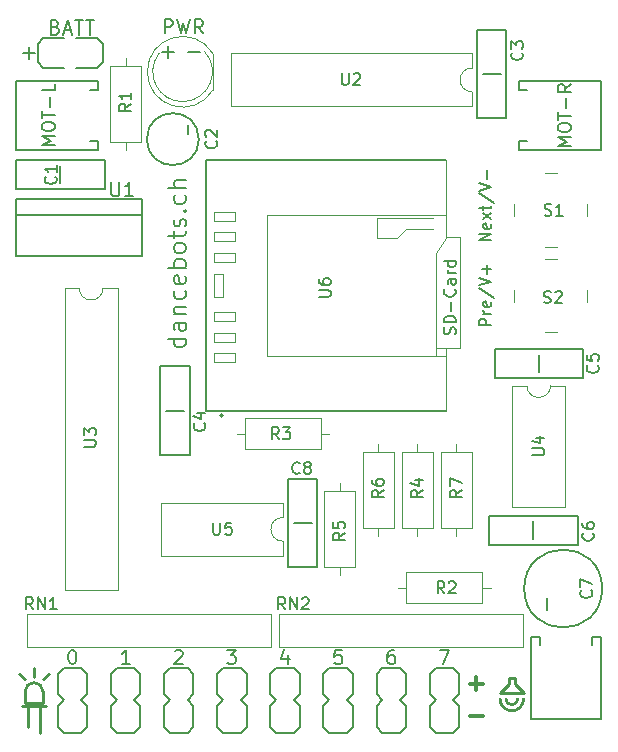
<source format=gto>
G04 #@! TF.GenerationSoftware,KiCad,Pcbnew,7.0.11-7.0.11~ubuntu22.04.1*
G04 #@! TF.CreationDate,2025-03-19T11:11:55+01:00*
G04 #@! TF.ProjectId,dancebots-pcb,64616e63-6562-46f7-9473-2d7063622e6b,v8.3*
G04 #@! TF.SameCoordinates,Original*
G04 #@! TF.FileFunction,Legend,Top*
G04 #@! TF.FilePolarity,Positive*
%FSLAX46Y46*%
G04 Gerber Fmt 4.6, Leading zero omitted, Abs format (unit mm)*
G04 Created by KiCad (PCBNEW 7.0.11-7.0.11~ubuntu22.04.1) date 2025-03-19 11:11:55*
%MOMM*%
%LPD*%
G01*
G04 APERTURE LIST*
%ADD10C,0.250000*%
%ADD11C,0.170000*%
%ADD12C,0.150000*%
%ADD13C,0.200000*%
%ADD14C,0.300000*%
%ADD15C,0.120000*%
%ADD16C,0.180000*%
%ADD17C,0.127000*%
%ADD18C,0.100000*%
%ADD19C,2.000000*%
%ADD20R,1.700000X1.700000*%
%ADD21C,1.700000*%
%ADD22R,1.800000X1.800000*%
%ADD23C,1.800000*%
%ADD24R,2.000000X2.000000*%
%ADD25C,2.100000*%
%ADD26O,2.000000X1.600000*%
%ADD27O,1.600000X2.000000*%
%ADD28O,1.800000X2.000000*%
%ADD29O,2.000000X1.800000*%
%ADD30O,2.032000X2.540000*%
%ADD31R,1.600000X2.400000*%
%ADD32O,1.600000X2.400000*%
%ADD33R,2.400000X1.600000*%
%ADD34O,2.400000X1.600000*%
%ADD35R,2.000000X3.000000*%
%ADD36O,2.000000X3.000000*%
G04 APERTURE END LIST*
D10*
X100750000Y-147500000D02*
X102750000Y-147500000D01*
X101250000Y-147500000D02*
X101250000Y-149250000D01*
X102500000Y-145250000D02*
X103000000Y-144750000D01*
X141950000Y-145650000D02*
X141200000Y-146400000D01*
X142200000Y-147400000D02*
G75*
G03*
X142700000Y-146900000I0J500000D01*
G01*
X141950000Y-145150000D02*
X142450000Y-145150000D01*
X101000000Y-145250000D02*
X100500000Y-144750000D01*
X143200000Y-146400000D02*
X142450000Y-145650000D01*
X102500000Y-147250000D02*
X102500000Y-146250000D01*
X101750000Y-145000000D02*
X101750000Y-144250000D01*
X101000000Y-147250000D02*
X102500000Y-147250000D01*
X101000000Y-146250000D02*
X101000000Y-147250000D01*
X141950000Y-145650000D02*
X141950000Y-145150000D01*
X142200000Y-147900000D02*
G75*
G03*
X143200000Y-146900000I0J1000000D01*
G01*
X141700000Y-146900000D02*
G75*
G03*
X142200000Y-147400000I500000J0D01*
G01*
X102250000Y-147500000D02*
X102250000Y-149750000D01*
X141200000Y-146400000D02*
X143200000Y-146400000D01*
X142450000Y-145150000D02*
X142450000Y-145650000D01*
X101750000Y-145500000D02*
G75*
G03*
X101000000Y-146250000I0J-750000D01*
G01*
X102500000Y-146250000D02*
G75*
G03*
X101750000Y-145500000I-750000J0D01*
G01*
X141200000Y-146900000D02*
G75*
G03*
X142200000Y-147900000I1000000J0D01*
G01*
D11*
X127785714Y-142746302D02*
X127214286Y-142746302D01*
X127214286Y-142746302D02*
X127157143Y-143317731D01*
X127157143Y-143317731D02*
X127214286Y-143260588D01*
X127214286Y-143260588D02*
X127328572Y-143203445D01*
X127328572Y-143203445D02*
X127614286Y-143203445D01*
X127614286Y-143203445D02*
X127728572Y-143260588D01*
X127728572Y-143260588D02*
X127785714Y-143317731D01*
X127785714Y-143317731D02*
X127842857Y-143432017D01*
X127842857Y-143432017D02*
X127842857Y-143717731D01*
X127842857Y-143717731D02*
X127785714Y-143832017D01*
X127785714Y-143832017D02*
X127728572Y-143889160D01*
X127728572Y-143889160D02*
X127614286Y-143946302D01*
X127614286Y-143946302D02*
X127328572Y-143946302D01*
X127328572Y-143946302D02*
X127214286Y-143889160D01*
X127214286Y-143889160D02*
X127157143Y-143832017D01*
X104942857Y-142746302D02*
X105057143Y-142746302D01*
X105057143Y-142746302D02*
X105171429Y-142803445D01*
X105171429Y-142803445D02*
X105228572Y-142860588D01*
X105228572Y-142860588D02*
X105285714Y-142974874D01*
X105285714Y-142974874D02*
X105342857Y-143203445D01*
X105342857Y-143203445D02*
X105342857Y-143489160D01*
X105342857Y-143489160D02*
X105285714Y-143717731D01*
X105285714Y-143717731D02*
X105228572Y-143832017D01*
X105228572Y-143832017D02*
X105171429Y-143889160D01*
X105171429Y-143889160D02*
X105057143Y-143946302D01*
X105057143Y-143946302D02*
X104942857Y-143946302D01*
X104942857Y-143946302D02*
X104828572Y-143889160D01*
X104828572Y-143889160D02*
X104771429Y-143832017D01*
X104771429Y-143832017D02*
X104714286Y-143717731D01*
X104714286Y-143717731D02*
X104657143Y-143489160D01*
X104657143Y-143489160D02*
X104657143Y-143203445D01*
X104657143Y-143203445D02*
X104714286Y-142974874D01*
X104714286Y-142974874D02*
X104771429Y-142860588D01*
X104771429Y-142860588D02*
X104828572Y-142803445D01*
X104828572Y-142803445D02*
X104942857Y-142746302D01*
D12*
X140454819Y-108076190D02*
X139454819Y-108076190D01*
X139454819Y-108076190D02*
X140454819Y-107504762D01*
X140454819Y-107504762D02*
X139454819Y-107504762D01*
X140407200Y-106647619D02*
X140454819Y-106742857D01*
X140454819Y-106742857D02*
X140454819Y-106933333D01*
X140454819Y-106933333D02*
X140407200Y-107028571D01*
X140407200Y-107028571D02*
X140311961Y-107076190D01*
X140311961Y-107076190D02*
X139931009Y-107076190D01*
X139931009Y-107076190D02*
X139835771Y-107028571D01*
X139835771Y-107028571D02*
X139788152Y-106933333D01*
X139788152Y-106933333D02*
X139788152Y-106742857D01*
X139788152Y-106742857D02*
X139835771Y-106647619D01*
X139835771Y-106647619D02*
X139931009Y-106600000D01*
X139931009Y-106600000D02*
X140026247Y-106600000D01*
X140026247Y-106600000D02*
X140121485Y-107076190D01*
X140454819Y-106266666D02*
X139788152Y-105742857D01*
X139788152Y-106266666D02*
X140454819Y-105742857D01*
X139788152Y-105504761D02*
X139788152Y-105123809D01*
X139454819Y-105361904D02*
X140311961Y-105361904D01*
X140311961Y-105361904D02*
X140407200Y-105314285D01*
X140407200Y-105314285D02*
X140454819Y-105219047D01*
X140454819Y-105219047D02*
X140454819Y-105123809D01*
X139407200Y-104076190D02*
X140692914Y-104933332D01*
X139454819Y-103885713D02*
X140454819Y-103552380D01*
X140454819Y-103552380D02*
X139454819Y-103219047D01*
X140073866Y-102885713D02*
X140073866Y-102123809D01*
D11*
X123228572Y-143146302D02*
X123228572Y-143946302D01*
X122942857Y-142689160D02*
X122657143Y-143546302D01*
X122657143Y-143546302D02*
X123400000Y-143546302D01*
X147200040Y-100092857D02*
X146100040Y-100092857D01*
X146100040Y-100092857D02*
X146885755Y-99726190D01*
X146885755Y-99726190D02*
X146100040Y-99359523D01*
X146100040Y-99359523D02*
X147200040Y-99359523D01*
X146100040Y-98626190D02*
X146100040Y-98416666D01*
X146100040Y-98416666D02*
X146152421Y-98311904D01*
X146152421Y-98311904D02*
X146257183Y-98207142D01*
X146257183Y-98207142D02*
X146466707Y-98154761D01*
X146466707Y-98154761D02*
X146833374Y-98154761D01*
X146833374Y-98154761D02*
X147042898Y-98207142D01*
X147042898Y-98207142D02*
X147147660Y-98311904D01*
X147147660Y-98311904D02*
X147200040Y-98416666D01*
X147200040Y-98416666D02*
X147200040Y-98626190D01*
X147200040Y-98626190D02*
X147147660Y-98730952D01*
X147147660Y-98730952D02*
X147042898Y-98835714D01*
X147042898Y-98835714D02*
X146833374Y-98888095D01*
X146833374Y-98888095D02*
X146466707Y-98888095D01*
X146466707Y-98888095D02*
X146257183Y-98835714D01*
X146257183Y-98835714D02*
X146152421Y-98730952D01*
X146152421Y-98730952D02*
X146100040Y-98626190D01*
X146100040Y-97840476D02*
X146100040Y-97211904D01*
X147200040Y-97526190D02*
X146100040Y-97526190D01*
X146780993Y-96845238D02*
X146780993Y-96007143D01*
X147200040Y-94854761D02*
X146676231Y-95221428D01*
X147200040Y-95483333D02*
X146100040Y-95483333D01*
X146100040Y-95483333D02*
X146100040Y-95064285D01*
X146100040Y-95064285D02*
X146152421Y-94959523D01*
X146152421Y-94959523D02*
X146204802Y-94907142D01*
X146204802Y-94907142D02*
X146309564Y-94854761D01*
X146309564Y-94854761D02*
X146466707Y-94854761D01*
X146466707Y-94854761D02*
X146571469Y-94907142D01*
X146571469Y-94907142D02*
X146623850Y-94959523D01*
X146623850Y-94959523D02*
X146676231Y-95064285D01*
X146676231Y-95064285D02*
X146676231Y-95483333D01*
X109842857Y-143946302D02*
X109157143Y-143946302D01*
X109500000Y-143946302D02*
X109500000Y-142746302D01*
X109500000Y-142746302D02*
X109385714Y-142917731D01*
X109385714Y-142917731D02*
X109271429Y-143032017D01*
X109271429Y-143032017D02*
X109157143Y-143089160D01*
X113657143Y-142860588D02*
X113714286Y-142803445D01*
X113714286Y-142803445D02*
X113828572Y-142746302D01*
X113828572Y-142746302D02*
X114114286Y-142746302D01*
X114114286Y-142746302D02*
X114228572Y-142803445D01*
X114228572Y-142803445D02*
X114285714Y-142860588D01*
X114285714Y-142860588D02*
X114342857Y-142974874D01*
X114342857Y-142974874D02*
X114342857Y-143089160D01*
X114342857Y-143089160D02*
X114285714Y-143260588D01*
X114285714Y-143260588D02*
X113600000Y-143946302D01*
X113600000Y-143946302D02*
X114342857Y-143946302D01*
D13*
X114583528Y-116392857D02*
X113083528Y-116392857D01*
X114512100Y-116392857D02*
X114583528Y-116535714D01*
X114583528Y-116535714D02*
X114583528Y-116821428D01*
X114583528Y-116821428D02*
X114512100Y-116964285D01*
X114512100Y-116964285D02*
X114440671Y-117035714D01*
X114440671Y-117035714D02*
X114297814Y-117107142D01*
X114297814Y-117107142D02*
X113869242Y-117107142D01*
X113869242Y-117107142D02*
X113726385Y-117035714D01*
X113726385Y-117035714D02*
X113654957Y-116964285D01*
X113654957Y-116964285D02*
X113583528Y-116821428D01*
X113583528Y-116821428D02*
X113583528Y-116535714D01*
X113583528Y-116535714D02*
X113654957Y-116392857D01*
X114583528Y-115035714D02*
X113797814Y-115035714D01*
X113797814Y-115035714D02*
X113654957Y-115107142D01*
X113654957Y-115107142D02*
X113583528Y-115249999D01*
X113583528Y-115249999D02*
X113583528Y-115535714D01*
X113583528Y-115535714D02*
X113654957Y-115678571D01*
X114512100Y-115035714D02*
X114583528Y-115178571D01*
X114583528Y-115178571D02*
X114583528Y-115535714D01*
X114583528Y-115535714D02*
X114512100Y-115678571D01*
X114512100Y-115678571D02*
X114369242Y-115749999D01*
X114369242Y-115749999D02*
X114226385Y-115749999D01*
X114226385Y-115749999D02*
X114083528Y-115678571D01*
X114083528Y-115678571D02*
X114012100Y-115535714D01*
X114012100Y-115535714D02*
X114012100Y-115178571D01*
X114012100Y-115178571D02*
X113940671Y-115035714D01*
X113583528Y-114321428D02*
X114583528Y-114321428D01*
X113726385Y-114321428D02*
X113654957Y-114249999D01*
X113654957Y-114249999D02*
X113583528Y-114107142D01*
X113583528Y-114107142D02*
X113583528Y-113892856D01*
X113583528Y-113892856D02*
X113654957Y-113749999D01*
X113654957Y-113749999D02*
X113797814Y-113678571D01*
X113797814Y-113678571D02*
X114583528Y-113678571D01*
X114512100Y-112321428D02*
X114583528Y-112464285D01*
X114583528Y-112464285D02*
X114583528Y-112749999D01*
X114583528Y-112749999D02*
X114512100Y-112892856D01*
X114512100Y-112892856D02*
X114440671Y-112964285D01*
X114440671Y-112964285D02*
X114297814Y-113035713D01*
X114297814Y-113035713D02*
X113869242Y-113035713D01*
X113869242Y-113035713D02*
X113726385Y-112964285D01*
X113726385Y-112964285D02*
X113654957Y-112892856D01*
X113654957Y-112892856D02*
X113583528Y-112749999D01*
X113583528Y-112749999D02*
X113583528Y-112464285D01*
X113583528Y-112464285D02*
X113654957Y-112321428D01*
X114512100Y-111107142D02*
X114583528Y-111249999D01*
X114583528Y-111249999D02*
X114583528Y-111535714D01*
X114583528Y-111535714D02*
X114512100Y-111678571D01*
X114512100Y-111678571D02*
X114369242Y-111749999D01*
X114369242Y-111749999D02*
X113797814Y-111749999D01*
X113797814Y-111749999D02*
X113654957Y-111678571D01*
X113654957Y-111678571D02*
X113583528Y-111535714D01*
X113583528Y-111535714D02*
X113583528Y-111249999D01*
X113583528Y-111249999D02*
X113654957Y-111107142D01*
X113654957Y-111107142D02*
X113797814Y-111035714D01*
X113797814Y-111035714D02*
X113940671Y-111035714D01*
X113940671Y-111035714D02*
X114083528Y-111749999D01*
X114583528Y-110392857D02*
X113083528Y-110392857D01*
X113654957Y-110392857D02*
X113583528Y-110250000D01*
X113583528Y-110250000D02*
X113583528Y-109964285D01*
X113583528Y-109964285D02*
X113654957Y-109821428D01*
X113654957Y-109821428D02*
X113726385Y-109750000D01*
X113726385Y-109750000D02*
X113869242Y-109678571D01*
X113869242Y-109678571D02*
X114297814Y-109678571D01*
X114297814Y-109678571D02*
X114440671Y-109750000D01*
X114440671Y-109750000D02*
X114512100Y-109821428D01*
X114512100Y-109821428D02*
X114583528Y-109964285D01*
X114583528Y-109964285D02*
X114583528Y-110250000D01*
X114583528Y-110250000D02*
X114512100Y-110392857D01*
X114583528Y-108821428D02*
X114512100Y-108964285D01*
X114512100Y-108964285D02*
X114440671Y-109035714D01*
X114440671Y-109035714D02*
X114297814Y-109107142D01*
X114297814Y-109107142D02*
X113869242Y-109107142D01*
X113869242Y-109107142D02*
X113726385Y-109035714D01*
X113726385Y-109035714D02*
X113654957Y-108964285D01*
X113654957Y-108964285D02*
X113583528Y-108821428D01*
X113583528Y-108821428D02*
X113583528Y-108607142D01*
X113583528Y-108607142D02*
X113654957Y-108464285D01*
X113654957Y-108464285D02*
X113726385Y-108392857D01*
X113726385Y-108392857D02*
X113869242Y-108321428D01*
X113869242Y-108321428D02*
X114297814Y-108321428D01*
X114297814Y-108321428D02*
X114440671Y-108392857D01*
X114440671Y-108392857D02*
X114512100Y-108464285D01*
X114512100Y-108464285D02*
X114583528Y-108607142D01*
X114583528Y-108607142D02*
X114583528Y-108821428D01*
X113583528Y-107892856D02*
X113583528Y-107321428D01*
X113083528Y-107678571D02*
X114369242Y-107678571D01*
X114369242Y-107678571D02*
X114512100Y-107607142D01*
X114512100Y-107607142D02*
X114583528Y-107464285D01*
X114583528Y-107464285D02*
X114583528Y-107321428D01*
X114512100Y-106892856D02*
X114583528Y-106749999D01*
X114583528Y-106749999D02*
X114583528Y-106464285D01*
X114583528Y-106464285D02*
X114512100Y-106321428D01*
X114512100Y-106321428D02*
X114369242Y-106249999D01*
X114369242Y-106249999D02*
X114297814Y-106249999D01*
X114297814Y-106249999D02*
X114154957Y-106321428D01*
X114154957Y-106321428D02*
X114083528Y-106464285D01*
X114083528Y-106464285D02*
X114083528Y-106678571D01*
X114083528Y-106678571D02*
X114012100Y-106821428D01*
X114012100Y-106821428D02*
X113869242Y-106892856D01*
X113869242Y-106892856D02*
X113797814Y-106892856D01*
X113797814Y-106892856D02*
X113654957Y-106821428D01*
X113654957Y-106821428D02*
X113583528Y-106678571D01*
X113583528Y-106678571D02*
X113583528Y-106464285D01*
X113583528Y-106464285D02*
X113654957Y-106321428D01*
X114440671Y-105607142D02*
X114512100Y-105535713D01*
X114512100Y-105535713D02*
X114583528Y-105607142D01*
X114583528Y-105607142D02*
X114512100Y-105678570D01*
X114512100Y-105678570D02*
X114440671Y-105607142D01*
X114440671Y-105607142D02*
X114583528Y-105607142D01*
X114512100Y-104249999D02*
X114583528Y-104392856D01*
X114583528Y-104392856D02*
X114583528Y-104678570D01*
X114583528Y-104678570D02*
X114512100Y-104821427D01*
X114512100Y-104821427D02*
X114440671Y-104892856D01*
X114440671Y-104892856D02*
X114297814Y-104964284D01*
X114297814Y-104964284D02*
X113869242Y-104964284D01*
X113869242Y-104964284D02*
X113726385Y-104892856D01*
X113726385Y-104892856D02*
X113654957Y-104821427D01*
X113654957Y-104821427D02*
X113583528Y-104678570D01*
X113583528Y-104678570D02*
X113583528Y-104392856D01*
X113583528Y-104392856D02*
X113654957Y-104249999D01*
X114583528Y-103607142D02*
X113083528Y-103607142D01*
X114583528Y-102964285D02*
X113797814Y-102964285D01*
X113797814Y-102964285D02*
X113654957Y-103035713D01*
X113654957Y-103035713D02*
X113583528Y-103178570D01*
X113583528Y-103178570D02*
X113583528Y-103392856D01*
X113583528Y-103392856D02*
X113654957Y-103535713D01*
X113654957Y-103535713D02*
X113726385Y-103607142D01*
D11*
X112800000Y-90546302D02*
X112800000Y-89346302D01*
X112800000Y-89346302D02*
X113257143Y-89346302D01*
X113257143Y-89346302D02*
X113371428Y-89403445D01*
X113371428Y-89403445D02*
X113428571Y-89460588D01*
X113428571Y-89460588D02*
X113485714Y-89574874D01*
X113485714Y-89574874D02*
X113485714Y-89746302D01*
X113485714Y-89746302D02*
X113428571Y-89860588D01*
X113428571Y-89860588D02*
X113371428Y-89917731D01*
X113371428Y-89917731D02*
X113257143Y-89974874D01*
X113257143Y-89974874D02*
X112800000Y-89974874D01*
X113885714Y-89346302D02*
X114171428Y-90546302D01*
X114171428Y-90546302D02*
X114400000Y-89689160D01*
X114400000Y-89689160D02*
X114628571Y-90546302D01*
X114628571Y-90546302D02*
X114914286Y-89346302D01*
X116057143Y-90546302D02*
X115657143Y-89974874D01*
X115371429Y-90546302D02*
X115371429Y-89346302D01*
X115371429Y-89346302D02*
X115828572Y-89346302D01*
X115828572Y-89346302D02*
X115942857Y-89403445D01*
X115942857Y-89403445D02*
X116000000Y-89460588D01*
X116000000Y-89460588D02*
X116057143Y-89574874D01*
X116057143Y-89574874D02*
X116057143Y-89746302D01*
X116057143Y-89746302D02*
X116000000Y-89860588D01*
X116000000Y-89860588D02*
X115942857Y-89917731D01*
X115942857Y-89917731D02*
X115828572Y-89974874D01*
X115828572Y-89974874D02*
X115371429Y-89974874D01*
X132228572Y-142746302D02*
X132000000Y-142746302D01*
X132000000Y-142746302D02*
X131885714Y-142803445D01*
X131885714Y-142803445D02*
X131828572Y-142860588D01*
X131828572Y-142860588D02*
X131714286Y-143032017D01*
X131714286Y-143032017D02*
X131657143Y-143260588D01*
X131657143Y-143260588D02*
X131657143Y-143717731D01*
X131657143Y-143717731D02*
X131714286Y-143832017D01*
X131714286Y-143832017D02*
X131771429Y-143889160D01*
X131771429Y-143889160D02*
X131885714Y-143946302D01*
X131885714Y-143946302D02*
X132114286Y-143946302D01*
X132114286Y-143946302D02*
X132228572Y-143889160D01*
X132228572Y-143889160D02*
X132285714Y-143832017D01*
X132285714Y-143832017D02*
X132342857Y-143717731D01*
X132342857Y-143717731D02*
X132342857Y-143432017D01*
X132342857Y-143432017D02*
X132285714Y-143317731D01*
X132285714Y-143317731D02*
X132228572Y-143260588D01*
X132228572Y-143260588D02*
X132114286Y-143203445D01*
X132114286Y-143203445D02*
X131885714Y-143203445D01*
X131885714Y-143203445D02*
X131771429Y-143260588D01*
X131771429Y-143260588D02*
X131714286Y-143317731D01*
X131714286Y-143317731D02*
X131657143Y-143432017D01*
X103557143Y-90017731D02*
X103728571Y-90074874D01*
X103728571Y-90074874D02*
X103785714Y-90132017D01*
X103785714Y-90132017D02*
X103842857Y-90246302D01*
X103842857Y-90246302D02*
X103842857Y-90417731D01*
X103842857Y-90417731D02*
X103785714Y-90532017D01*
X103785714Y-90532017D02*
X103728571Y-90589160D01*
X103728571Y-90589160D02*
X103614286Y-90646302D01*
X103614286Y-90646302D02*
X103157143Y-90646302D01*
X103157143Y-90646302D02*
X103157143Y-89446302D01*
X103157143Y-89446302D02*
X103557143Y-89446302D01*
X103557143Y-89446302D02*
X103671429Y-89503445D01*
X103671429Y-89503445D02*
X103728571Y-89560588D01*
X103728571Y-89560588D02*
X103785714Y-89674874D01*
X103785714Y-89674874D02*
X103785714Y-89789160D01*
X103785714Y-89789160D02*
X103728571Y-89903445D01*
X103728571Y-89903445D02*
X103671429Y-89960588D01*
X103671429Y-89960588D02*
X103557143Y-90017731D01*
X103557143Y-90017731D02*
X103157143Y-90017731D01*
X104300000Y-90303445D02*
X104871429Y-90303445D01*
X104185714Y-90646302D02*
X104585714Y-89446302D01*
X104585714Y-89446302D02*
X104985714Y-90646302D01*
X105214285Y-89446302D02*
X105900000Y-89446302D01*
X105557142Y-90646302D02*
X105557142Y-89446302D01*
X106128571Y-89446302D02*
X106814286Y-89446302D01*
X106471428Y-90646302D02*
X106471428Y-89446302D01*
X118100000Y-142746302D02*
X118842857Y-142746302D01*
X118842857Y-142746302D02*
X118442857Y-143203445D01*
X118442857Y-143203445D02*
X118614286Y-143203445D01*
X118614286Y-143203445D02*
X118728572Y-143260588D01*
X118728572Y-143260588D02*
X118785714Y-143317731D01*
X118785714Y-143317731D02*
X118842857Y-143432017D01*
X118842857Y-143432017D02*
X118842857Y-143717731D01*
X118842857Y-143717731D02*
X118785714Y-143832017D01*
X118785714Y-143832017D02*
X118728572Y-143889160D01*
X118728572Y-143889160D02*
X118614286Y-143946302D01*
X118614286Y-143946302D02*
X118271429Y-143946302D01*
X118271429Y-143946302D02*
X118157143Y-143889160D01*
X118157143Y-143889160D02*
X118100000Y-143832017D01*
D14*
X138628571Y-148306900D02*
X139771429Y-148306900D01*
D11*
X103500040Y-99988095D02*
X102400040Y-99988095D01*
X102400040Y-99988095D02*
X103185755Y-99621428D01*
X103185755Y-99621428D02*
X102400040Y-99254761D01*
X102400040Y-99254761D02*
X103500040Y-99254761D01*
X102400040Y-98521428D02*
X102400040Y-98311904D01*
X102400040Y-98311904D02*
X102452421Y-98207142D01*
X102452421Y-98207142D02*
X102557183Y-98102380D01*
X102557183Y-98102380D02*
X102766707Y-98049999D01*
X102766707Y-98049999D02*
X103133374Y-98049999D01*
X103133374Y-98049999D02*
X103342898Y-98102380D01*
X103342898Y-98102380D02*
X103447660Y-98207142D01*
X103447660Y-98207142D02*
X103500040Y-98311904D01*
X103500040Y-98311904D02*
X103500040Y-98521428D01*
X103500040Y-98521428D02*
X103447660Y-98626190D01*
X103447660Y-98626190D02*
X103342898Y-98730952D01*
X103342898Y-98730952D02*
X103133374Y-98783333D01*
X103133374Y-98783333D02*
X102766707Y-98783333D01*
X102766707Y-98783333D02*
X102557183Y-98730952D01*
X102557183Y-98730952D02*
X102452421Y-98626190D01*
X102452421Y-98626190D02*
X102400040Y-98521428D01*
X102400040Y-97735714D02*
X102400040Y-97107142D01*
X103500040Y-97421428D02*
X102400040Y-97421428D01*
X103080993Y-96740476D02*
X103080993Y-95902381D01*
X103500040Y-94854761D02*
X103500040Y-95378571D01*
X103500040Y-95378571D02*
X102400040Y-95378571D01*
X136100000Y-142746302D02*
X136900000Y-142746302D01*
X136900000Y-142746302D02*
X136385714Y-143946302D01*
D14*
X138628571Y-145606900D02*
X139771429Y-145606900D01*
X139200000Y-146178328D02*
X139200000Y-145035471D01*
D11*
X108285714Y-103146302D02*
X108285714Y-104117731D01*
X108285714Y-104117731D02*
X108342857Y-104232017D01*
X108342857Y-104232017D02*
X108400000Y-104289160D01*
X108400000Y-104289160D02*
X108514285Y-104346302D01*
X108514285Y-104346302D02*
X108742857Y-104346302D01*
X108742857Y-104346302D02*
X108857142Y-104289160D01*
X108857142Y-104289160D02*
X108914285Y-104232017D01*
X108914285Y-104232017D02*
X108971428Y-104117731D01*
X108971428Y-104117731D02*
X108971428Y-103146302D01*
X110171428Y-104346302D02*
X109485714Y-104346302D01*
X109828571Y-104346302D02*
X109828571Y-103146302D01*
X109828571Y-103146302D02*
X109714285Y-103317731D01*
X109714285Y-103317731D02*
X109600000Y-103432017D01*
X109600000Y-103432017D02*
X109485714Y-103489160D01*
D12*
X140454819Y-115271428D02*
X139454819Y-115271428D01*
X139454819Y-115271428D02*
X139454819Y-114890476D01*
X139454819Y-114890476D02*
X139502438Y-114795238D01*
X139502438Y-114795238D02*
X139550057Y-114747619D01*
X139550057Y-114747619D02*
X139645295Y-114700000D01*
X139645295Y-114700000D02*
X139788152Y-114700000D01*
X139788152Y-114700000D02*
X139883390Y-114747619D01*
X139883390Y-114747619D02*
X139931009Y-114795238D01*
X139931009Y-114795238D02*
X139978628Y-114890476D01*
X139978628Y-114890476D02*
X139978628Y-115271428D01*
X140454819Y-114271428D02*
X139788152Y-114271428D01*
X139978628Y-114271428D02*
X139883390Y-114223809D01*
X139883390Y-114223809D02*
X139835771Y-114176190D01*
X139835771Y-114176190D02*
X139788152Y-114080952D01*
X139788152Y-114080952D02*
X139788152Y-113985714D01*
X140407200Y-113271428D02*
X140454819Y-113366666D01*
X140454819Y-113366666D02*
X140454819Y-113557142D01*
X140454819Y-113557142D02*
X140407200Y-113652380D01*
X140407200Y-113652380D02*
X140311961Y-113699999D01*
X140311961Y-113699999D02*
X139931009Y-113699999D01*
X139931009Y-113699999D02*
X139835771Y-113652380D01*
X139835771Y-113652380D02*
X139788152Y-113557142D01*
X139788152Y-113557142D02*
X139788152Y-113366666D01*
X139788152Y-113366666D02*
X139835771Y-113271428D01*
X139835771Y-113271428D02*
X139931009Y-113223809D01*
X139931009Y-113223809D02*
X140026247Y-113223809D01*
X140026247Y-113223809D02*
X140121485Y-113699999D01*
X139407200Y-112080952D02*
X140692914Y-112938094D01*
X139454819Y-111890475D02*
X140454819Y-111557142D01*
X140454819Y-111557142D02*
X139454819Y-111223809D01*
X140073866Y-110890475D02*
X140073866Y-110128571D01*
X140454819Y-110509523D02*
X139692914Y-110509523D01*
X103559580Y-102666666D02*
X103607200Y-102714285D01*
X103607200Y-102714285D02*
X103654819Y-102857142D01*
X103654819Y-102857142D02*
X103654819Y-102952380D01*
X103654819Y-102952380D02*
X103607200Y-103095237D01*
X103607200Y-103095237D02*
X103511961Y-103190475D01*
X103511961Y-103190475D02*
X103416723Y-103238094D01*
X103416723Y-103238094D02*
X103226247Y-103285713D01*
X103226247Y-103285713D02*
X103083390Y-103285713D01*
X103083390Y-103285713D02*
X102892914Y-103238094D01*
X102892914Y-103238094D02*
X102797676Y-103190475D01*
X102797676Y-103190475D02*
X102702438Y-103095237D01*
X102702438Y-103095237D02*
X102654819Y-102952380D01*
X102654819Y-102952380D02*
X102654819Y-102857142D01*
X102654819Y-102857142D02*
X102702438Y-102714285D01*
X102702438Y-102714285D02*
X102750057Y-102666666D01*
X103654819Y-101714285D02*
X103654819Y-102285713D01*
X103654819Y-101999999D02*
X102654819Y-101999999D01*
X102654819Y-101999999D02*
X102797676Y-102095237D01*
X102797676Y-102095237D02*
X102892914Y-102190475D01*
X102892914Y-102190475D02*
X102940533Y-102285713D01*
X117159580Y-99666666D02*
X117207200Y-99714285D01*
X117207200Y-99714285D02*
X117254819Y-99857142D01*
X117254819Y-99857142D02*
X117254819Y-99952380D01*
X117254819Y-99952380D02*
X117207200Y-100095237D01*
X117207200Y-100095237D02*
X117111961Y-100190475D01*
X117111961Y-100190475D02*
X117016723Y-100238094D01*
X117016723Y-100238094D02*
X116826247Y-100285713D01*
X116826247Y-100285713D02*
X116683390Y-100285713D01*
X116683390Y-100285713D02*
X116492914Y-100238094D01*
X116492914Y-100238094D02*
X116397676Y-100190475D01*
X116397676Y-100190475D02*
X116302438Y-100095237D01*
X116302438Y-100095237D02*
X116254819Y-99952380D01*
X116254819Y-99952380D02*
X116254819Y-99857142D01*
X116254819Y-99857142D02*
X116302438Y-99714285D01*
X116302438Y-99714285D02*
X116350057Y-99666666D01*
X116350057Y-99285713D02*
X116302438Y-99238094D01*
X116302438Y-99238094D02*
X116254819Y-99142856D01*
X116254819Y-99142856D02*
X116254819Y-98904761D01*
X116254819Y-98904761D02*
X116302438Y-98809523D01*
X116302438Y-98809523D02*
X116350057Y-98761904D01*
X116350057Y-98761904D02*
X116445295Y-98714285D01*
X116445295Y-98714285D02*
X116540533Y-98714285D01*
X116540533Y-98714285D02*
X116683390Y-98761904D01*
X116683390Y-98761904D02*
X117254819Y-99333332D01*
X117254819Y-99333332D02*
X117254819Y-98714285D01*
X143059580Y-92166666D02*
X143107200Y-92214285D01*
X143107200Y-92214285D02*
X143154819Y-92357142D01*
X143154819Y-92357142D02*
X143154819Y-92452380D01*
X143154819Y-92452380D02*
X143107200Y-92595237D01*
X143107200Y-92595237D02*
X143011961Y-92690475D01*
X143011961Y-92690475D02*
X142916723Y-92738094D01*
X142916723Y-92738094D02*
X142726247Y-92785713D01*
X142726247Y-92785713D02*
X142583390Y-92785713D01*
X142583390Y-92785713D02*
X142392914Y-92738094D01*
X142392914Y-92738094D02*
X142297676Y-92690475D01*
X142297676Y-92690475D02*
X142202438Y-92595237D01*
X142202438Y-92595237D02*
X142154819Y-92452380D01*
X142154819Y-92452380D02*
X142154819Y-92357142D01*
X142154819Y-92357142D02*
X142202438Y-92214285D01*
X142202438Y-92214285D02*
X142250057Y-92166666D01*
X142154819Y-91833332D02*
X142154819Y-91214285D01*
X142154819Y-91214285D02*
X142535771Y-91547618D01*
X142535771Y-91547618D02*
X142535771Y-91404761D01*
X142535771Y-91404761D02*
X142583390Y-91309523D01*
X142583390Y-91309523D02*
X142631009Y-91261904D01*
X142631009Y-91261904D02*
X142726247Y-91214285D01*
X142726247Y-91214285D02*
X142964342Y-91214285D01*
X142964342Y-91214285D02*
X143059580Y-91261904D01*
X143059580Y-91261904D02*
X143107200Y-91309523D01*
X143107200Y-91309523D02*
X143154819Y-91404761D01*
X143154819Y-91404761D02*
X143154819Y-91690475D01*
X143154819Y-91690475D02*
X143107200Y-91785713D01*
X143107200Y-91785713D02*
X143059580Y-91833332D01*
X116159580Y-123566666D02*
X116207200Y-123614285D01*
X116207200Y-123614285D02*
X116254819Y-123757142D01*
X116254819Y-123757142D02*
X116254819Y-123852380D01*
X116254819Y-123852380D02*
X116207200Y-123995237D01*
X116207200Y-123995237D02*
X116111961Y-124090475D01*
X116111961Y-124090475D02*
X116016723Y-124138094D01*
X116016723Y-124138094D02*
X115826247Y-124185713D01*
X115826247Y-124185713D02*
X115683390Y-124185713D01*
X115683390Y-124185713D02*
X115492914Y-124138094D01*
X115492914Y-124138094D02*
X115397676Y-124090475D01*
X115397676Y-124090475D02*
X115302438Y-123995237D01*
X115302438Y-123995237D02*
X115254819Y-123852380D01*
X115254819Y-123852380D02*
X115254819Y-123757142D01*
X115254819Y-123757142D02*
X115302438Y-123614285D01*
X115302438Y-123614285D02*
X115350057Y-123566666D01*
X115588152Y-122709523D02*
X116254819Y-122709523D01*
X115207200Y-122947618D02*
X115921485Y-123185713D01*
X115921485Y-123185713D02*
X115921485Y-122566666D01*
X149459580Y-118666666D02*
X149507200Y-118714285D01*
X149507200Y-118714285D02*
X149554819Y-118857142D01*
X149554819Y-118857142D02*
X149554819Y-118952380D01*
X149554819Y-118952380D02*
X149507200Y-119095237D01*
X149507200Y-119095237D02*
X149411961Y-119190475D01*
X149411961Y-119190475D02*
X149316723Y-119238094D01*
X149316723Y-119238094D02*
X149126247Y-119285713D01*
X149126247Y-119285713D02*
X148983390Y-119285713D01*
X148983390Y-119285713D02*
X148792914Y-119238094D01*
X148792914Y-119238094D02*
X148697676Y-119190475D01*
X148697676Y-119190475D02*
X148602438Y-119095237D01*
X148602438Y-119095237D02*
X148554819Y-118952380D01*
X148554819Y-118952380D02*
X148554819Y-118857142D01*
X148554819Y-118857142D02*
X148602438Y-118714285D01*
X148602438Y-118714285D02*
X148650057Y-118666666D01*
X148554819Y-117761904D02*
X148554819Y-118238094D01*
X148554819Y-118238094D02*
X149031009Y-118285713D01*
X149031009Y-118285713D02*
X148983390Y-118238094D01*
X148983390Y-118238094D02*
X148935771Y-118142856D01*
X148935771Y-118142856D02*
X148935771Y-117904761D01*
X148935771Y-117904761D02*
X148983390Y-117809523D01*
X148983390Y-117809523D02*
X149031009Y-117761904D01*
X149031009Y-117761904D02*
X149126247Y-117714285D01*
X149126247Y-117714285D02*
X149364342Y-117714285D01*
X149364342Y-117714285D02*
X149459580Y-117761904D01*
X149459580Y-117761904D02*
X149507200Y-117809523D01*
X149507200Y-117809523D02*
X149554819Y-117904761D01*
X149554819Y-117904761D02*
X149554819Y-118142856D01*
X149554819Y-118142856D02*
X149507200Y-118238094D01*
X149507200Y-118238094D02*
X149459580Y-118285713D01*
X149059580Y-132866666D02*
X149107200Y-132914285D01*
X149107200Y-132914285D02*
X149154819Y-133057142D01*
X149154819Y-133057142D02*
X149154819Y-133152380D01*
X149154819Y-133152380D02*
X149107200Y-133295237D01*
X149107200Y-133295237D02*
X149011961Y-133390475D01*
X149011961Y-133390475D02*
X148916723Y-133438094D01*
X148916723Y-133438094D02*
X148726247Y-133485713D01*
X148726247Y-133485713D02*
X148583390Y-133485713D01*
X148583390Y-133485713D02*
X148392914Y-133438094D01*
X148392914Y-133438094D02*
X148297676Y-133390475D01*
X148297676Y-133390475D02*
X148202438Y-133295237D01*
X148202438Y-133295237D02*
X148154819Y-133152380D01*
X148154819Y-133152380D02*
X148154819Y-133057142D01*
X148154819Y-133057142D02*
X148202438Y-132914285D01*
X148202438Y-132914285D02*
X148250057Y-132866666D01*
X148154819Y-132009523D02*
X148154819Y-132199999D01*
X148154819Y-132199999D02*
X148202438Y-132295237D01*
X148202438Y-132295237D02*
X148250057Y-132342856D01*
X148250057Y-132342856D02*
X148392914Y-132438094D01*
X148392914Y-132438094D02*
X148583390Y-132485713D01*
X148583390Y-132485713D02*
X148964342Y-132485713D01*
X148964342Y-132485713D02*
X149059580Y-132438094D01*
X149059580Y-132438094D02*
X149107200Y-132390475D01*
X149107200Y-132390475D02*
X149154819Y-132295237D01*
X149154819Y-132295237D02*
X149154819Y-132104761D01*
X149154819Y-132104761D02*
X149107200Y-132009523D01*
X149107200Y-132009523D02*
X149059580Y-131961904D01*
X149059580Y-131961904D02*
X148964342Y-131914285D01*
X148964342Y-131914285D02*
X148726247Y-131914285D01*
X148726247Y-131914285D02*
X148631009Y-131961904D01*
X148631009Y-131961904D02*
X148583390Y-132009523D01*
X148583390Y-132009523D02*
X148535771Y-132104761D01*
X148535771Y-132104761D02*
X148535771Y-132295237D01*
X148535771Y-132295237D02*
X148583390Y-132390475D01*
X148583390Y-132390475D02*
X148631009Y-132438094D01*
X148631009Y-132438094D02*
X148726247Y-132485713D01*
X148909580Y-137716666D02*
X148957200Y-137764285D01*
X148957200Y-137764285D02*
X149004819Y-137907142D01*
X149004819Y-137907142D02*
X149004819Y-138002380D01*
X149004819Y-138002380D02*
X148957200Y-138145237D01*
X148957200Y-138145237D02*
X148861961Y-138240475D01*
X148861961Y-138240475D02*
X148766723Y-138288094D01*
X148766723Y-138288094D02*
X148576247Y-138335713D01*
X148576247Y-138335713D02*
X148433390Y-138335713D01*
X148433390Y-138335713D02*
X148242914Y-138288094D01*
X148242914Y-138288094D02*
X148147676Y-138240475D01*
X148147676Y-138240475D02*
X148052438Y-138145237D01*
X148052438Y-138145237D02*
X148004819Y-138002380D01*
X148004819Y-138002380D02*
X148004819Y-137907142D01*
X148004819Y-137907142D02*
X148052438Y-137764285D01*
X148052438Y-137764285D02*
X148100057Y-137716666D01*
X148004819Y-137383332D02*
X148004819Y-136716666D01*
X148004819Y-136716666D02*
X149004819Y-137145237D01*
X124233333Y-127759580D02*
X124185714Y-127807200D01*
X124185714Y-127807200D02*
X124042857Y-127854819D01*
X124042857Y-127854819D02*
X123947619Y-127854819D01*
X123947619Y-127854819D02*
X123804762Y-127807200D01*
X123804762Y-127807200D02*
X123709524Y-127711961D01*
X123709524Y-127711961D02*
X123661905Y-127616723D01*
X123661905Y-127616723D02*
X123614286Y-127426247D01*
X123614286Y-127426247D02*
X123614286Y-127283390D01*
X123614286Y-127283390D02*
X123661905Y-127092914D01*
X123661905Y-127092914D02*
X123709524Y-126997676D01*
X123709524Y-126997676D02*
X123804762Y-126902438D01*
X123804762Y-126902438D02*
X123947619Y-126854819D01*
X123947619Y-126854819D02*
X124042857Y-126854819D01*
X124042857Y-126854819D02*
X124185714Y-126902438D01*
X124185714Y-126902438D02*
X124233333Y-126950057D01*
X124804762Y-127283390D02*
X124709524Y-127235771D01*
X124709524Y-127235771D02*
X124661905Y-127188152D01*
X124661905Y-127188152D02*
X124614286Y-127092914D01*
X124614286Y-127092914D02*
X124614286Y-127045295D01*
X124614286Y-127045295D02*
X124661905Y-126950057D01*
X124661905Y-126950057D02*
X124709524Y-126902438D01*
X124709524Y-126902438D02*
X124804762Y-126854819D01*
X124804762Y-126854819D02*
X124995238Y-126854819D01*
X124995238Y-126854819D02*
X125090476Y-126902438D01*
X125090476Y-126902438D02*
X125138095Y-126950057D01*
X125138095Y-126950057D02*
X125185714Y-127045295D01*
X125185714Y-127045295D02*
X125185714Y-127092914D01*
X125185714Y-127092914D02*
X125138095Y-127188152D01*
X125138095Y-127188152D02*
X125090476Y-127235771D01*
X125090476Y-127235771D02*
X124995238Y-127283390D01*
X124995238Y-127283390D02*
X124804762Y-127283390D01*
X124804762Y-127283390D02*
X124709524Y-127331009D01*
X124709524Y-127331009D02*
X124661905Y-127378628D01*
X124661905Y-127378628D02*
X124614286Y-127473866D01*
X124614286Y-127473866D02*
X124614286Y-127664342D01*
X124614286Y-127664342D02*
X124661905Y-127759580D01*
X124661905Y-127759580D02*
X124709524Y-127807200D01*
X124709524Y-127807200D02*
X124804762Y-127854819D01*
X124804762Y-127854819D02*
X124995238Y-127854819D01*
X124995238Y-127854819D02*
X125090476Y-127807200D01*
X125090476Y-127807200D02*
X125138095Y-127759580D01*
X125138095Y-127759580D02*
X125185714Y-127664342D01*
X125185714Y-127664342D02*
X125185714Y-127473866D01*
X125185714Y-127473866D02*
X125138095Y-127378628D01*
X125138095Y-127378628D02*
X125090476Y-127331009D01*
X125090476Y-127331009D02*
X124995238Y-127283390D01*
X109954819Y-96516666D02*
X109478628Y-96849999D01*
X109954819Y-97088094D02*
X108954819Y-97088094D01*
X108954819Y-97088094D02*
X108954819Y-96707142D01*
X108954819Y-96707142D02*
X109002438Y-96611904D01*
X109002438Y-96611904D02*
X109050057Y-96564285D01*
X109050057Y-96564285D02*
X109145295Y-96516666D01*
X109145295Y-96516666D02*
X109288152Y-96516666D01*
X109288152Y-96516666D02*
X109383390Y-96564285D01*
X109383390Y-96564285D02*
X109431009Y-96611904D01*
X109431009Y-96611904D02*
X109478628Y-96707142D01*
X109478628Y-96707142D02*
X109478628Y-97088094D01*
X109954819Y-95564285D02*
X109954819Y-96135713D01*
X109954819Y-95849999D02*
X108954819Y-95849999D01*
X108954819Y-95849999D02*
X109097676Y-95945237D01*
X109097676Y-95945237D02*
X109192914Y-96040475D01*
X109192914Y-96040475D02*
X109240533Y-96135713D01*
X136483333Y-137954819D02*
X136150000Y-137478628D01*
X135911905Y-137954819D02*
X135911905Y-136954819D01*
X135911905Y-136954819D02*
X136292857Y-136954819D01*
X136292857Y-136954819D02*
X136388095Y-137002438D01*
X136388095Y-137002438D02*
X136435714Y-137050057D01*
X136435714Y-137050057D02*
X136483333Y-137145295D01*
X136483333Y-137145295D02*
X136483333Y-137288152D01*
X136483333Y-137288152D02*
X136435714Y-137383390D01*
X136435714Y-137383390D02*
X136388095Y-137431009D01*
X136388095Y-137431009D02*
X136292857Y-137478628D01*
X136292857Y-137478628D02*
X135911905Y-137478628D01*
X136864286Y-137050057D02*
X136911905Y-137002438D01*
X136911905Y-137002438D02*
X137007143Y-136954819D01*
X137007143Y-136954819D02*
X137245238Y-136954819D01*
X137245238Y-136954819D02*
X137340476Y-137002438D01*
X137340476Y-137002438D02*
X137388095Y-137050057D01*
X137388095Y-137050057D02*
X137435714Y-137145295D01*
X137435714Y-137145295D02*
X137435714Y-137240533D01*
X137435714Y-137240533D02*
X137388095Y-137383390D01*
X137388095Y-137383390D02*
X136816667Y-137954819D01*
X136816667Y-137954819D02*
X137435714Y-137954819D01*
X122483333Y-124904819D02*
X122150000Y-124428628D01*
X121911905Y-124904819D02*
X121911905Y-123904819D01*
X121911905Y-123904819D02*
X122292857Y-123904819D01*
X122292857Y-123904819D02*
X122388095Y-123952438D01*
X122388095Y-123952438D02*
X122435714Y-124000057D01*
X122435714Y-124000057D02*
X122483333Y-124095295D01*
X122483333Y-124095295D02*
X122483333Y-124238152D01*
X122483333Y-124238152D02*
X122435714Y-124333390D01*
X122435714Y-124333390D02*
X122388095Y-124381009D01*
X122388095Y-124381009D02*
X122292857Y-124428628D01*
X122292857Y-124428628D02*
X121911905Y-124428628D01*
X122816667Y-123904819D02*
X123435714Y-123904819D01*
X123435714Y-123904819D02*
X123102381Y-124285771D01*
X123102381Y-124285771D02*
X123245238Y-124285771D01*
X123245238Y-124285771D02*
X123340476Y-124333390D01*
X123340476Y-124333390D02*
X123388095Y-124381009D01*
X123388095Y-124381009D02*
X123435714Y-124476247D01*
X123435714Y-124476247D02*
X123435714Y-124714342D01*
X123435714Y-124714342D02*
X123388095Y-124809580D01*
X123388095Y-124809580D02*
X123340476Y-124857200D01*
X123340476Y-124857200D02*
X123245238Y-124904819D01*
X123245238Y-124904819D02*
X122959524Y-124904819D01*
X122959524Y-124904819D02*
X122864286Y-124857200D01*
X122864286Y-124857200D02*
X122816667Y-124809580D01*
X101659523Y-139304819D02*
X101326190Y-138828628D01*
X101088095Y-139304819D02*
X101088095Y-138304819D01*
X101088095Y-138304819D02*
X101469047Y-138304819D01*
X101469047Y-138304819D02*
X101564285Y-138352438D01*
X101564285Y-138352438D02*
X101611904Y-138400057D01*
X101611904Y-138400057D02*
X101659523Y-138495295D01*
X101659523Y-138495295D02*
X101659523Y-138638152D01*
X101659523Y-138638152D02*
X101611904Y-138733390D01*
X101611904Y-138733390D02*
X101564285Y-138781009D01*
X101564285Y-138781009D02*
X101469047Y-138828628D01*
X101469047Y-138828628D02*
X101088095Y-138828628D01*
X102088095Y-139304819D02*
X102088095Y-138304819D01*
X102088095Y-138304819D02*
X102659523Y-139304819D01*
X102659523Y-139304819D02*
X102659523Y-138304819D01*
X103659523Y-139304819D02*
X103088095Y-139304819D01*
X103373809Y-139304819D02*
X103373809Y-138304819D01*
X103373809Y-138304819D02*
X103278571Y-138447676D01*
X103278571Y-138447676D02*
X103183333Y-138542914D01*
X103183333Y-138542914D02*
X103088095Y-138590533D01*
X123009523Y-139304819D02*
X122676190Y-138828628D01*
X122438095Y-139304819D02*
X122438095Y-138304819D01*
X122438095Y-138304819D02*
X122819047Y-138304819D01*
X122819047Y-138304819D02*
X122914285Y-138352438D01*
X122914285Y-138352438D02*
X122961904Y-138400057D01*
X122961904Y-138400057D02*
X123009523Y-138495295D01*
X123009523Y-138495295D02*
X123009523Y-138638152D01*
X123009523Y-138638152D02*
X122961904Y-138733390D01*
X122961904Y-138733390D02*
X122914285Y-138781009D01*
X122914285Y-138781009D02*
X122819047Y-138828628D01*
X122819047Y-138828628D02*
X122438095Y-138828628D01*
X123438095Y-139304819D02*
X123438095Y-138304819D01*
X123438095Y-138304819D02*
X124009523Y-139304819D01*
X124009523Y-139304819D02*
X124009523Y-138304819D01*
X124438095Y-138400057D02*
X124485714Y-138352438D01*
X124485714Y-138352438D02*
X124580952Y-138304819D01*
X124580952Y-138304819D02*
X124819047Y-138304819D01*
X124819047Y-138304819D02*
X124914285Y-138352438D01*
X124914285Y-138352438D02*
X124961904Y-138400057D01*
X124961904Y-138400057D02*
X125009523Y-138495295D01*
X125009523Y-138495295D02*
X125009523Y-138590533D01*
X125009523Y-138590533D02*
X124961904Y-138733390D01*
X124961904Y-138733390D02*
X124390476Y-139304819D01*
X124390476Y-139304819D02*
X125009523Y-139304819D01*
X127808095Y-93901819D02*
X127808095Y-94711342D01*
X127808095Y-94711342D02*
X127855714Y-94806580D01*
X127855714Y-94806580D02*
X127903333Y-94854200D01*
X127903333Y-94854200D02*
X127998571Y-94901819D01*
X127998571Y-94901819D02*
X128189047Y-94901819D01*
X128189047Y-94901819D02*
X128284285Y-94854200D01*
X128284285Y-94854200D02*
X128331904Y-94806580D01*
X128331904Y-94806580D02*
X128379523Y-94711342D01*
X128379523Y-94711342D02*
X128379523Y-93901819D01*
X128808095Y-93997057D02*
X128855714Y-93949438D01*
X128855714Y-93949438D02*
X128950952Y-93901819D01*
X128950952Y-93901819D02*
X129189047Y-93901819D01*
X129189047Y-93901819D02*
X129284285Y-93949438D01*
X129284285Y-93949438D02*
X129331904Y-93997057D01*
X129331904Y-93997057D02*
X129379523Y-94092295D01*
X129379523Y-94092295D02*
X129379523Y-94187533D01*
X129379523Y-94187533D02*
X129331904Y-94330390D01*
X129331904Y-94330390D02*
X128760476Y-94901819D01*
X128760476Y-94901819D02*
X129379523Y-94901819D01*
X106001819Y-125529904D02*
X106811342Y-125529904D01*
X106811342Y-125529904D02*
X106906580Y-125482285D01*
X106906580Y-125482285D02*
X106954200Y-125434666D01*
X106954200Y-125434666D02*
X107001819Y-125339428D01*
X107001819Y-125339428D02*
X107001819Y-125148952D01*
X107001819Y-125148952D02*
X106954200Y-125053714D01*
X106954200Y-125053714D02*
X106906580Y-125006095D01*
X106906580Y-125006095D02*
X106811342Y-124958476D01*
X106811342Y-124958476D02*
X106001819Y-124958476D01*
X106001819Y-124577523D02*
X106001819Y-123958476D01*
X106001819Y-123958476D02*
X106382771Y-124291809D01*
X106382771Y-124291809D02*
X106382771Y-124148952D01*
X106382771Y-124148952D02*
X106430390Y-124053714D01*
X106430390Y-124053714D02*
X106478009Y-124006095D01*
X106478009Y-124006095D02*
X106573247Y-123958476D01*
X106573247Y-123958476D02*
X106811342Y-123958476D01*
X106811342Y-123958476D02*
X106906580Y-124006095D01*
X106906580Y-124006095D02*
X106954200Y-124053714D01*
X106954200Y-124053714D02*
X107001819Y-124148952D01*
X107001819Y-124148952D02*
X107001819Y-124434666D01*
X107001819Y-124434666D02*
X106954200Y-124529904D01*
X106954200Y-124529904D02*
X106906580Y-124577523D01*
X143939819Y-126255904D02*
X144749342Y-126255904D01*
X144749342Y-126255904D02*
X144844580Y-126208285D01*
X144844580Y-126208285D02*
X144892200Y-126160666D01*
X144892200Y-126160666D02*
X144939819Y-126065428D01*
X144939819Y-126065428D02*
X144939819Y-125874952D01*
X144939819Y-125874952D02*
X144892200Y-125779714D01*
X144892200Y-125779714D02*
X144844580Y-125732095D01*
X144844580Y-125732095D02*
X144749342Y-125684476D01*
X144749342Y-125684476D02*
X143939819Y-125684476D01*
X144273152Y-124779714D02*
X144939819Y-124779714D01*
X143892200Y-125017809D02*
X144606485Y-125255904D01*
X144606485Y-125255904D02*
X144606485Y-124636857D01*
X116923095Y-131989819D02*
X116923095Y-132799342D01*
X116923095Y-132799342D02*
X116970714Y-132894580D01*
X116970714Y-132894580D02*
X117018333Y-132942200D01*
X117018333Y-132942200D02*
X117113571Y-132989819D01*
X117113571Y-132989819D02*
X117304047Y-132989819D01*
X117304047Y-132989819D02*
X117399285Y-132942200D01*
X117399285Y-132942200D02*
X117446904Y-132894580D01*
X117446904Y-132894580D02*
X117494523Y-132799342D01*
X117494523Y-132799342D02*
X117494523Y-131989819D01*
X118446904Y-131989819D02*
X117970714Y-131989819D01*
X117970714Y-131989819D02*
X117923095Y-132466009D01*
X117923095Y-132466009D02*
X117970714Y-132418390D01*
X117970714Y-132418390D02*
X118065952Y-132370771D01*
X118065952Y-132370771D02*
X118304047Y-132370771D01*
X118304047Y-132370771D02*
X118399285Y-132418390D01*
X118399285Y-132418390D02*
X118446904Y-132466009D01*
X118446904Y-132466009D02*
X118494523Y-132561247D01*
X118494523Y-132561247D02*
X118494523Y-132799342D01*
X118494523Y-132799342D02*
X118446904Y-132894580D01*
X118446904Y-132894580D02*
X118399285Y-132942200D01*
X118399285Y-132942200D02*
X118304047Y-132989819D01*
X118304047Y-132989819D02*
X118065952Y-132989819D01*
X118065952Y-132989819D02*
X117970714Y-132942200D01*
X117970714Y-132942200D02*
X117923095Y-132894580D01*
X125854819Y-112861904D02*
X126664342Y-112861904D01*
X126664342Y-112861904D02*
X126759580Y-112814285D01*
X126759580Y-112814285D02*
X126807200Y-112766666D01*
X126807200Y-112766666D02*
X126854819Y-112671428D01*
X126854819Y-112671428D02*
X126854819Y-112480952D01*
X126854819Y-112480952D02*
X126807200Y-112385714D01*
X126807200Y-112385714D02*
X126759580Y-112338095D01*
X126759580Y-112338095D02*
X126664342Y-112290476D01*
X126664342Y-112290476D02*
X125854819Y-112290476D01*
X125854819Y-111385714D02*
X125854819Y-111576190D01*
X125854819Y-111576190D02*
X125902438Y-111671428D01*
X125902438Y-111671428D02*
X125950057Y-111719047D01*
X125950057Y-111719047D02*
X126092914Y-111814285D01*
X126092914Y-111814285D02*
X126283390Y-111861904D01*
X126283390Y-111861904D02*
X126664342Y-111861904D01*
X126664342Y-111861904D02*
X126759580Y-111814285D01*
X126759580Y-111814285D02*
X126807200Y-111766666D01*
X126807200Y-111766666D02*
X126854819Y-111671428D01*
X126854819Y-111671428D02*
X126854819Y-111480952D01*
X126854819Y-111480952D02*
X126807200Y-111385714D01*
X126807200Y-111385714D02*
X126759580Y-111338095D01*
X126759580Y-111338095D02*
X126664342Y-111290476D01*
X126664342Y-111290476D02*
X126426247Y-111290476D01*
X126426247Y-111290476D02*
X126331009Y-111338095D01*
X126331009Y-111338095D02*
X126283390Y-111385714D01*
X126283390Y-111385714D02*
X126235771Y-111480952D01*
X126235771Y-111480952D02*
X126235771Y-111671428D01*
X126235771Y-111671428D02*
X126283390Y-111766666D01*
X126283390Y-111766666D02*
X126331009Y-111814285D01*
X126331009Y-111814285D02*
X126426247Y-111861904D01*
X137407200Y-116019047D02*
X137454819Y-115876190D01*
X137454819Y-115876190D02*
X137454819Y-115638095D01*
X137454819Y-115638095D02*
X137407200Y-115542857D01*
X137407200Y-115542857D02*
X137359580Y-115495238D01*
X137359580Y-115495238D02*
X137264342Y-115447619D01*
X137264342Y-115447619D02*
X137169104Y-115447619D01*
X137169104Y-115447619D02*
X137073866Y-115495238D01*
X137073866Y-115495238D02*
X137026247Y-115542857D01*
X137026247Y-115542857D02*
X136978628Y-115638095D01*
X136978628Y-115638095D02*
X136931009Y-115828571D01*
X136931009Y-115828571D02*
X136883390Y-115923809D01*
X136883390Y-115923809D02*
X136835771Y-115971428D01*
X136835771Y-115971428D02*
X136740533Y-116019047D01*
X136740533Y-116019047D02*
X136645295Y-116019047D01*
X136645295Y-116019047D02*
X136550057Y-115971428D01*
X136550057Y-115971428D02*
X136502438Y-115923809D01*
X136502438Y-115923809D02*
X136454819Y-115828571D01*
X136454819Y-115828571D02*
X136454819Y-115590476D01*
X136454819Y-115590476D02*
X136502438Y-115447619D01*
X137454819Y-115019047D02*
X136454819Y-115019047D01*
X136454819Y-115019047D02*
X136454819Y-114780952D01*
X136454819Y-114780952D02*
X136502438Y-114638095D01*
X136502438Y-114638095D02*
X136597676Y-114542857D01*
X136597676Y-114542857D02*
X136692914Y-114495238D01*
X136692914Y-114495238D02*
X136883390Y-114447619D01*
X136883390Y-114447619D02*
X137026247Y-114447619D01*
X137026247Y-114447619D02*
X137216723Y-114495238D01*
X137216723Y-114495238D02*
X137311961Y-114542857D01*
X137311961Y-114542857D02*
X137407200Y-114638095D01*
X137407200Y-114638095D02*
X137454819Y-114780952D01*
X137454819Y-114780952D02*
X137454819Y-115019047D01*
X137073866Y-114019047D02*
X137073866Y-113257143D01*
X137359580Y-112209524D02*
X137407200Y-112257143D01*
X137407200Y-112257143D02*
X137454819Y-112400000D01*
X137454819Y-112400000D02*
X137454819Y-112495238D01*
X137454819Y-112495238D02*
X137407200Y-112638095D01*
X137407200Y-112638095D02*
X137311961Y-112733333D01*
X137311961Y-112733333D02*
X137216723Y-112780952D01*
X137216723Y-112780952D02*
X137026247Y-112828571D01*
X137026247Y-112828571D02*
X136883390Y-112828571D01*
X136883390Y-112828571D02*
X136692914Y-112780952D01*
X136692914Y-112780952D02*
X136597676Y-112733333D01*
X136597676Y-112733333D02*
X136502438Y-112638095D01*
X136502438Y-112638095D02*
X136454819Y-112495238D01*
X136454819Y-112495238D02*
X136454819Y-112400000D01*
X136454819Y-112400000D02*
X136502438Y-112257143D01*
X136502438Y-112257143D02*
X136550057Y-112209524D01*
X137454819Y-111352381D02*
X136931009Y-111352381D01*
X136931009Y-111352381D02*
X136835771Y-111400000D01*
X136835771Y-111400000D02*
X136788152Y-111495238D01*
X136788152Y-111495238D02*
X136788152Y-111685714D01*
X136788152Y-111685714D02*
X136835771Y-111780952D01*
X137407200Y-111352381D02*
X137454819Y-111447619D01*
X137454819Y-111447619D02*
X137454819Y-111685714D01*
X137454819Y-111685714D02*
X137407200Y-111780952D01*
X137407200Y-111780952D02*
X137311961Y-111828571D01*
X137311961Y-111828571D02*
X137216723Y-111828571D01*
X137216723Y-111828571D02*
X137121485Y-111780952D01*
X137121485Y-111780952D02*
X137073866Y-111685714D01*
X137073866Y-111685714D02*
X137073866Y-111447619D01*
X137073866Y-111447619D02*
X137026247Y-111352381D01*
X137454819Y-110876190D02*
X136788152Y-110876190D01*
X136978628Y-110876190D02*
X136883390Y-110828571D01*
X136883390Y-110828571D02*
X136835771Y-110780952D01*
X136835771Y-110780952D02*
X136788152Y-110685714D01*
X136788152Y-110685714D02*
X136788152Y-110590476D01*
X137454819Y-109828571D02*
X136454819Y-109828571D01*
X137407200Y-109828571D02*
X137454819Y-109923809D01*
X137454819Y-109923809D02*
X137454819Y-110114285D01*
X137454819Y-110114285D02*
X137407200Y-110209523D01*
X137407200Y-110209523D02*
X137359580Y-110257142D01*
X137359580Y-110257142D02*
X137264342Y-110304761D01*
X137264342Y-110304761D02*
X136978628Y-110304761D01*
X136978628Y-110304761D02*
X136883390Y-110257142D01*
X136883390Y-110257142D02*
X136835771Y-110209523D01*
X136835771Y-110209523D02*
X136788152Y-110114285D01*
X136788152Y-110114285D02*
X136788152Y-109923809D01*
X136788152Y-109923809D02*
X136835771Y-109828571D01*
X134654819Y-129216666D02*
X134178628Y-129549999D01*
X134654819Y-129788094D02*
X133654819Y-129788094D01*
X133654819Y-129788094D02*
X133654819Y-129407142D01*
X133654819Y-129407142D02*
X133702438Y-129311904D01*
X133702438Y-129311904D02*
X133750057Y-129264285D01*
X133750057Y-129264285D02*
X133845295Y-129216666D01*
X133845295Y-129216666D02*
X133988152Y-129216666D01*
X133988152Y-129216666D02*
X134083390Y-129264285D01*
X134083390Y-129264285D02*
X134131009Y-129311904D01*
X134131009Y-129311904D02*
X134178628Y-129407142D01*
X134178628Y-129407142D02*
X134178628Y-129788094D01*
X133988152Y-128359523D02*
X134654819Y-128359523D01*
X133607200Y-128597618D02*
X134321485Y-128835713D01*
X134321485Y-128835713D02*
X134321485Y-128216666D01*
X137954819Y-129216666D02*
X137478628Y-129549999D01*
X137954819Y-129788094D02*
X136954819Y-129788094D01*
X136954819Y-129788094D02*
X136954819Y-129407142D01*
X136954819Y-129407142D02*
X137002438Y-129311904D01*
X137002438Y-129311904D02*
X137050057Y-129264285D01*
X137050057Y-129264285D02*
X137145295Y-129216666D01*
X137145295Y-129216666D02*
X137288152Y-129216666D01*
X137288152Y-129216666D02*
X137383390Y-129264285D01*
X137383390Y-129264285D02*
X137431009Y-129311904D01*
X137431009Y-129311904D02*
X137478628Y-129407142D01*
X137478628Y-129407142D02*
X137478628Y-129788094D01*
X136954819Y-128883332D02*
X136954819Y-128216666D01*
X136954819Y-128216666D02*
X137954819Y-128645237D01*
X128079819Y-132841666D02*
X127603628Y-133174999D01*
X128079819Y-133413094D02*
X127079819Y-133413094D01*
X127079819Y-133413094D02*
X127079819Y-133032142D01*
X127079819Y-133032142D02*
X127127438Y-132936904D01*
X127127438Y-132936904D02*
X127175057Y-132889285D01*
X127175057Y-132889285D02*
X127270295Y-132841666D01*
X127270295Y-132841666D02*
X127413152Y-132841666D01*
X127413152Y-132841666D02*
X127508390Y-132889285D01*
X127508390Y-132889285D02*
X127556009Y-132936904D01*
X127556009Y-132936904D02*
X127603628Y-133032142D01*
X127603628Y-133032142D02*
X127603628Y-133413094D01*
X127079819Y-131936904D02*
X127079819Y-132413094D01*
X127079819Y-132413094D02*
X127556009Y-132460713D01*
X127556009Y-132460713D02*
X127508390Y-132413094D01*
X127508390Y-132413094D02*
X127460771Y-132317856D01*
X127460771Y-132317856D02*
X127460771Y-132079761D01*
X127460771Y-132079761D02*
X127508390Y-131984523D01*
X127508390Y-131984523D02*
X127556009Y-131936904D01*
X127556009Y-131936904D02*
X127651247Y-131889285D01*
X127651247Y-131889285D02*
X127889342Y-131889285D01*
X127889342Y-131889285D02*
X127984580Y-131936904D01*
X127984580Y-131936904D02*
X128032200Y-131984523D01*
X128032200Y-131984523D02*
X128079819Y-132079761D01*
X128079819Y-132079761D02*
X128079819Y-132317856D01*
X128079819Y-132317856D02*
X128032200Y-132413094D01*
X128032200Y-132413094D02*
X127984580Y-132460713D01*
X131354819Y-129216666D02*
X130878628Y-129549999D01*
X131354819Y-129788094D02*
X130354819Y-129788094D01*
X130354819Y-129788094D02*
X130354819Y-129407142D01*
X130354819Y-129407142D02*
X130402438Y-129311904D01*
X130402438Y-129311904D02*
X130450057Y-129264285D01*
X130450057Y-129264285D02*
X130545295Y-129216666D01*
X130545295Y-129216666D02*
X130688152Y-129216666D01*
X130688152Y-129216666D02*
X130783390Y-129264285D01*
X130783390Y-129264285D02*
X130831009Y-129311904D01*
X130831009Y-129311904D02*
X130878628Y-129407142D01*
X130878628Y-129407142D02*
X130878628Y-129788094D01*
X130354819Y-128359523D02*
X130354819Y-128549999D01*
X130354819Y-128549999D02*
X130402438Y-128645237D01*
X130402438Y-128645237D02*
X130450057Y-128692856D01*
X130450057Y-128692856D02*
X130592914Y-128788094D01*
X130592914Y-128788094D02*
X130783390Y-128835713D01*
X130783390Y-128835713D02*
X131164342Y-128835713D01*
X131164342Y-128835713D02*
X131259580Y-128788094D01*
X131259580Y-128788094D02*
X131307200Y-128740475D01*
X131307200Y-128740475D02*
X131354819Y-128645237D01*
X131354819Y-128645237D02*
X131354819Y-128454761D01*
X131354819Y-128454761D02*
X131307200Y-128359523D01*
X131307200Y-128359523D02*
X131259580Y-128311904D01*
X131259580Y-128311904D02*
X131164342Y-128264285D01*
X131164342Y-128264285D02*
X130926247Y-128264285D01*
X130926247Y-128264285D02*
X130831009Y-128311904D01*
X130831009Y-128311904D02*
X130783390Y-128359523D01*
X130783390Y-128359523D02*
X130735771Y-128454761D01*
X130735771Y-128454761D02*
X130735771Y-128645237D01*
X130735771Y-128645237D02*
X130783390Y-128740475D01*
X130783390Y-128740475D02*
X130831009Y-128788094D01*
X130831009Y-128788094D02*
X130926247Y-128835713D01*
X144913095Y-113332200D02*
X145055952Y-113379819D01*
X145055952Y-113379819D02*
X145294047Y-113379819D01*
X145294047Y-113379819D02*
X145389285Y-113332200D01*
X145389285Y-113332200D02*
X145436904Y-113284580D01*
X145436904Y-113284580D02*
X145484523Y-113189342D01*
X145484523Y-113189342D02*
X145484523Y-113094104D01*
X145484523Y-113094104D02*
X145436904Y-112998866D01*
X145436904Y-112998866D02*
X145389285Y-112951247D01*
X145389285Y-112951247D02*
X145294047Y-112903628D01*
X145294047Y-112903628D02*
X145103571Y-112856009D01*
X145103571Y-112856009D02*
X145008333Y-112808390D01*
X145008333Y-112808390D02*
X144960714Y-112760771D01*
X144960714Y-112760771D02*
X144913095Y-112665533D01*
X144913095Y-112665533D02*
X144913095Y-112570295D01*
X144913095Y-112570295D02*
X144960714Y-112475057D01*
X144960714Y-112475057D02*
X145008333Y-112427438D01*
X145008333Y-112427438D02*
X145103571Y-112379819D01*
X145103571Y-112379819D02*
X145341666Y-112379819D01*
X145341666Y-112379819D02*
X145484523Y-112427438D01*
X145865476Y-112475057D02*
X145913095Y-112427438D01*
X145913095Y-112427438D02*
X146008333Y-112379819D01*
X146008333Y-112379819D02*
X146246428Y-112379819D01*
X146246428Y-112379819D02*
X146341666Y-112427438D01*
X146341666Y-112427438D02*
X146389285Y-112475057D01*
X146389285Y-112475057D02*
X146436904Y-112570295D01*
X146436904Y-112570295D02*
X146436904Y-112665533D01*
X146436904Y-112665533D02*
X146389285Y-112808390D01*
X146389285Y-112808390D02*
X145817857Y-113379819D01*
X145817857Y-113379819D02*
X146436904Y-113379819D01*
X144988095Y-105932200D02*
X145130952Y-105979819D01*
X145130952Y-105979819D02*
X145369047Y-105979819D01*
X145369047Y-105979819D02*
X145464285Y-105932200D01*
X145464285Y-105932200D02*
X145511904Y-105884580D01*
X145511904Y-105884580D02*
X145559523Y-105789342D01*
X145559523Y-105789342D02*
X145559523Y-105694104D01*
X145559523Y-105694104D02*
X145511904Y-105598866D01*
X145511904Y-105598866D02*
X145464285Y-105551247D01*
X145464285Y-105551247D02*
X145369047Y-105503628D01*
X145369047Y-105503628D02*
X145178571Y-105456009D01*
X145178571Y-105456009D02*
X145083333Y-105408390D01*
X145083333Y-105408390D02*
X145035714Y-105360771D01*
X145035714Y-105360771D02*
X144988095Y-105265533D01*
X144988095Y-105265533D02*
X144988095Y-105170295D01*
X144988095Y-105170295D02*
X145035714Y-105075057D01*
X145035714Y-105075057D02*
X145083333Y-105027438D01*
X145083333Y-105027438D02*
X145178571Y-104979819D01*
X145178571Y-104979819D02*
X145416666Y-104979819D01*
X145416666Y-104979819D02*
X145559523Y-105027438D01*
X146511904Y-105979819D02*
X145940476Y-105979819D01*
X146226190Y-105979819D02*
X146226190Y-104979819D01*
X146226190Y-104979819D02*
X146130952Y-105122676D01*
X146130952Y-105122676D02*
X146035714Y-105217914D01*
X146035714Y-105217914D02*
X145940476Y-105265533D01*
D13*
X107725000Y-103750000D02*
X107725000Y-101250000D01*
X107725000Y-101250000D02*
X103975000Y-101250000D01*
X103975000Y-103250000D02*
X103975000Y-101750000D01*
X103975000Y-101250000D02*
X100225000Y-101250000D01*
X100225000Y-103750000D02*
X107725000Y-103750000D01*
X100225000Y-101250000D02*
X100225000Y-103750000D01*
X114800000Y-99100000D02*
X114800000Y-98300000D01*
X115700000Y-99500000D02*
G75*
G03*
X111300000Y-99500000I-2200000J0D01*
G01*
X111300000Y-99500000D02*
G75*
G03*
X115700000Y-99500000I2200000J0D01*
G01*
X139250000Y-97750000D02*
X141750000Y-97750000D01*
X141750000Y-97750000D02*
X141750000Y-94000000D01*
X139750000Y-94000000D02*
X141250000Y-94000000D01*
X141750000Y-94000000D02*
X141750000Y-90250000D01*
X139250000Y-90250000D02*
X139250000Y-97750000D01*
X141750000Y-90250000D02*
X139250000Y-90250000D01*
X114950000Y-118750000D02*
X112450000Y-118750000D01*
X112450000Y-118750000D02*
X112450000Y-122500000D01*
X114450000Y-122500000D02*
X112950000Y-122500000D01*
X112450000Y-122500000D02*
X112450000Y-126250000D01*
X114950000Y-126250000D02*
X114950000Y-118750000D01*
X112450000Y-126250000D02*
X114950000Y-126250000D01*
X148250000Y-119750000D02*
X148250000Y-117250000D01*
X148250000Y-117250000D02*
X144500000Y-117250000D01*
X144500000Y-119250000D02*
X144500000Y-117750000D01*
X144500000Y-117250000D02*
X140750000Y-117250000D01*
X140750000Y-119750000D02*
X148250000Y-119750000D01*
X140750000Y-117250000D02*
X140750000Y-119750000D01*
X147775000Y-133875000D02*
X147775000Y-131375000D01*
X147775000Y-131375000D02*
X144025000Y-131375000D01*
X144025000Y-133375000D02*
X144025000Y-131875000D01*
X144025000Y-131375000D02*
X140275000Y-131375000D01*
X140275000Y-133875000D02*
X147775000Y-133875000D01*
X140275000Y-131375000D02*
X140275000Y-133875000D01*
X145150000Y-138350000D02*
X145150000Y-139350000D01*
X149850000Y-137550000D02*
G75*
G03*
X143250000Y-137550000I-3300000J0D01*
G01*
X143250000Y-137550000D02*
G75*
G03*
X149850000Y-137550000I3300000J0D01*
G01*
X125750000Y-128250000D02*
X123250000Y-128250000D01*
X123250000Y-128250000D02*
X123250000Y-132000000D01*
X125250000Y-132000000D02*
X123750000Y-132000000D01*
X123250000Y-132000000D02*
X123250000Y-135750000D01*
X125750000Y-135750000D02*
X125750000Y-128250000D01*
X123250000Y-135750000D02*
X125750000Y-135750000D01*
D15*
X116890000Y-95345000D02*
X116890000Y-92255000D01*
D16*
X115800000Y-92100000D02*
X114800000Y-92100000D01*
X113600000Y-92100000D02*
X112600000Y-92100000D01*
X113100000Y-91600000D02*
X113100000Y-92600000D01*
D15*
X111340001Y-93799538D02*
G75*
G03*
X116889999Y-95344830I2989999J-462D01*
G01*
X112334569Y-92249147D02*
G75*
G03*
X116199998Y-92100001I1995431J-1550853D01*
G01*
X116890000Y-92255170D02*
G75*
G03*
X111340000Y-93800462I-2560000J-1544830D01*
G01*
D13*
X107050000Y-90950000D02*
X107550000Y-91450000D01*
X105300000Y-90950000D02*
X107050000Y-90950000D01*
X102550000Y-90950000D02*
X104300000Y-90950000D01*
X107550000Y-91450000D02*
X107550000Y-92950000D01*
X102050000Y-91450000D02*
X102550000Y-90950000D01*
X101300000Y-91700000D02*
X101300000Y-92700000D01*
X101800000Y-92200000D02*
X100800000Y-92200000D01*
X107550000Y-92950000D02*
X107050000Y-93450000D01*
X102050000Y-92950000D02*
X102050000Y-91450000D01*
X107050000Y-93450000D02*
X105300000Y-93450000D01*
X104300000Y-93450000D02*
X102550000Y-93450000D01*
X102550000Y-93450000D02*
X102050000Y-92950000D01*
X107200000Y-94550000D02*
X107200000Y-95300000D01*
X100250000Y-94550000D02*
X107200000Y-94550000D01*
X100250000Y-94550000D02*
X100250000Y-100450000D01*
X107200000Y-95300000D02*
X106500000Y-95300000D01*
X107200000Y-99700000D02*
X106500000Y-99700000D01*
X107200000Y-100450000D02*
X107200000Y-99700000D01*
X100250000Y-100450000D02*
X107200000Y-100450000D01*
X142800000Y-100450000D02*
X142800000Y-99700000D01*
X149750000Y-100450000D02*
X142800000Y-100450000D01*
X149750000Y-100450000D02*
X149750000Y-94550000D01*
X142800000Y-99700000D02*
X143500000Y-99700000D01*
X142800000Y-95300000D02*
X143500000Y-95300000D01*
X142800000Y-94550000D02*
X142800000Y-95300000D01*
X149750000Y-94550000D02*
X142800000Y-94550000D01*
X143850000Y-141625000D02*
X144600000Y-141625000D01*
X143850000Y-148575000D02*
X143850000Y-141625000D01*
X143850000Y-148575000D02*
X149750000Y-148575000D01*
X144600000Y-141625000D02*
X144600000Y-142325000D01*
X149000000Y-141625000D02*
X149000000Y-142325000D01*
X149750000Y-141625000D02*
X149000000Y-141625000D01*
X149750000Y-148575000D02*
X149750000Y-141625000D01*
X103750000Y-144750000D02*
X104250000Y-144250000D01*
X103750000Y-146500000D02*
X103750000Y-144750000D01*
X103750000Y-147500000D02*
X104250000Y-147000000D01*
X103750000Y-149250000D02*
X103750000Y-147500000D01*
X104250000Y-144250000D02*
X105750000Y-144250000D01*
X104250000Y-147000000D02*
X103750000Y-146500000D01*
X104250000Y-149750000D02*
X103750000Y-149250000D01*
X105750000Y-144250000D02*
X106250000Y-144750000D01*
X105750000Y-147000000D02*
X106250000Y-147500000D01*
X105750000Y-149750000D02*
X104250000Y-149750000D01*
X106250000Y-144750000D02*
X106250000Y-146500000D01*
X106250000Y-146500000D02*
X105750000Y-147000000D01*
X106250000Y-147500000D02*
X106250000Y-149250000D01*
X106250000Y-149250000D02*
X105750000Y-149750000D01*
X108250000Y-144750000D02*
X108750000Y-144250000D01*
X108250000Y-146500000D02*
X108250000Y-144750000D01*
X108250000Y-147500000D02*
X108750000Y-147000000D01*
X108250000Y-149250000D02*
X108250000Y-147500000D01*
X108750000Y-144250000D02*
X110250000Y-144250000D01*
X108750000Y-147000000D02*
X108250000Y-146500000D01*
X108750000Y-149750000D02*
X108250000Y-149250000D01*
X110250000Y-144250000D02*
X110750000Y-144750000D01*
X110250000Y-147000000D02*
X110750000Y-147500000D01*
X110250000Y-149750000D02*
X108750000Y-149750000D01*
X110750000Y-144750000D02*
X110750000Y-146500000D01*
X110750000Y-146500000D02*
X110250000Y-147000000D01*
X110750000Y-147500000D02*
X110750000Y-149250000D01*
X110750000Y-149250000D02*
X110250000Y-149750000D01*
X112750000Y-144750000D02*
X113250000Y-144250000D01*
X112750000Y-146500000D02*
X112750000Y-144750000D01*
X112750000Y-147500000D02*
X113250000Y-147000000D01*
X112750000Y-149250000D02*
X112750000Y-147500000D01*
X113250000Y-144250000D02*
X114750000Y-144250000D01*
X113250000Y-147000000D02*
X112750000Y-146500000D01*
X113250000Y-149750000D02*
X112750000Y-149250000D01*
X114750000Y-144250000D02*
X115250000Y-144750000D01*
X114750000Y-147000000D02*
X115250000Y-147500000D01*
X114750000Y-149750000D02*
X113250000Y-149750000D01*
X115250000Y-144750000D02*
X115250000Y-146500000D01*
X115250000Y-146500000D02*
X114750000Y-147000000D01*
X115250000Y-147500000D02*
X115250000Y-149250000D01*
X115250000Y-149250000D02*
X114750000Y-149750000D01*
X117250000Y-144750000D02*
X117750000Y-144250000D01*
X117250000Y-146500000D02*
X117250000Y-144750000D01*
X117250000Y-147500000D02*
X117750000Y-147000000D01*
X117250000Y-149250000D02*
X117250000Y-147500000D01*
X117750000Y-144250000D02*
X119250000Y-144250000D01*
X117750000Y-147000000D02*
X117250000Y-146500000D01*
X117750000Y-149750000D02*
X117250000Y-149250000D01*
X119250000Y-144250000D02*
X119750000Y-144750000D01*
X119250000Y-147000000D02*
X119750000Y-147500000D01*
X119250000Y-149750000D02*
X117750000Y-149750000D01*
X119750000Y-144750000D02*
X119750000Y-146500000D01*
X119750000Y-146500000D02*
X119250000Y-147000000D01*
X119750000Y-147500000D02*
X119750000Y-149250000D01*
X119750000Y-149250000D02*
X119250000Y-149750000D01*
X121750000Y-144750000D02*
X122250000Y-144250000D01*
X121750000Y-146500000D02*
X121750000Y-144750000D01*
X121750000Y-147500000D02*
X122250000Y-147000000D01*
X121750000Y-149250000D02*
X121750000Y-147500000D01*
X122250000Y-144250000D02*
X123750000Y-144250000D01*
X122250000Y-147000000D02*
X121750000Y-146500000D01*
X122250000Y-149750000D02*
X121750000Y-149250000D01*
X123750000Y-144250000D02*
X124250000Y-144750000D01*
X123750000Y-147000000D02*
X124250000Y-147500000D01*
X123750000Y-149750000D02*
X122250000Y-149750000D01*
X124250000Y-144750000D02*
X124250000Y-146500000D01*
X124250000Y-146500000D02*
X123750000Y-147000000D01*
X124250000Y-147500000D02*
X124250000Y-149250000D01*
X124250000Y-149250000D02*
X123750000Y-149750000D01*
X126250000Y-144750000D02*
X126750000Y-144250000D01*
X126250000Y-146500000D02*
X126250000Y-144750000D01*
X126250000Y-147500000D02*
X126750000Y-147000000D01*
X126250000Y-149250000D02*
X126250000Y-147500000D01*
X126750000Y-144250000D02*
X128250000Y-144250000D01*
X126750000Y-147000000D02*
X126250000Y-146500000D01*
X126750000Y-149750000D02*
X126250000Y-149250000D01*
X128250000Y-144250000D02*
X128750000Y-144750000D01*
X128250000Y-147000000D02*
X128750000Y-147500000D01*
X128250000Y-149750000D02*
X126750000Y-149750000D01*
X128750000Y-144750000D02*
X128750000Y-146500000D01*
X128750000Y-146500000D02*
X128250000Y-147000000D01*
X128750000Y-147500000D02*
X128750000Y-149250000D01*
X128750000Y-149250000D02*
X128250000Y-149750000D01*
X130750000Y-144750000D02*
X131250000Y-144250000D01*
X130750000Y-146500000D02*
X130750000Y-144750000D01*
X130750000Y-147500000D02*
X131250000Y-147000000D01*
X130750000Y-149250000D02*
X130750000Y-147500000D01*
X131250000Y-144250000D02*
X132750000Y-144250000D01*
X131250000Y-147000000D02*
X130750000Y-146500000D01*
X131250000Y-149750000D02*
X130750000Y-149250000D01*
X132750000Y-144250000D02*
X133250000Y-144750000D01*
X132750000Y-147000000D02*
X133250000Y-147500000D01*
X132750000Y-149750000D02*
X131250000Y-149750000D01*
X133250000Y-144750000D02*
X133250000Y-146500000D01*
X133250000Y-146500000D02*
X132750000Y-147000000D01*
X133250000Y-147500000D02*
X133250000Y-149250000D01*
X133250000Y-149250000D02*
X132750000Y-149750000D01*
X135250000Y-144750000D02*
X135750000Y-144250000D01*
X135250000Y-146500000D02*
X135250000Y-144750000D01*
X135250000Y-147500000D02*
X135750000Y-147000000D01*
X135250000Y-149250000D02*
X135250000Y-147500000D01*
X135750000Y-144250000D02*
X137250000Y-144250000D01*
X135750000Y-147000000D02*
X135250000Y-146500000D01*
X135750000Y-149750000D02*
X135250000Y-149250000D01*
X137250000Y-144250000D02*
X137750000Y-144750000D01*
X137250000Y-147000000D02*
X137750000Y-147500000D01*
X137250000Y-149750000D02*
X135750000Y-149750000D01*
X137750000Y-144750000D02*
X137750000Y-146500000D01*
X137750000Y-146500000D02*
X137250000Y-147000000D01*
X137750000Y-147500000D02*
X137750000Y-149250000D01*
X137750000Y-149250000D02*
X137250000Y-149750000D01*
D15*
X109500000Y-100400000D02*
X109500000Y-99730000D01*
X108190000Y-99730000D02*
X110810000Y-99730000D01*
X110810000Y-99730000D02*
X110810000Y-93310000D01*
X108190000Y-93310000D02*
X108190000Y-99730000D01*
X110810000Y-93310000D02*
X108190000Y-93310000D01*
X109500000Y-92600000D02*
X109500000Y-93310000D01*
X132600000Y-137500000D02*
X133270000Y-137500000D01*
X133270000Y-136190000D02*
X133270000Y-138810000D01*
X133270000Y-138810000D02*
X139690000Y-138810000D01*
X139690000Y-136190000D02*
X133270000Y-136190000D01*
X139690000Y-138810000D02*
X139690000Y-136190000D01*
X140400000Y-137500000D02*
X139690000Y-137500000D01*
X126700000Y-124450000D02*
X126030000Y-124450000D01*
X126030000Y-125760000D02*
X126030000Y-123140000D01*
X126030000Y-123140000D02*
X119610000Y-123140000D01*
X119610000Y-125760000D02*
X126030000Y-125760000D01*
X119610000Y-123140000D02*
X119610000Y-125760000D01*
X118900000Y-124450000D02*
X119610000Y-124450000D01*
X101160000Y-139700000D02*
X101160000Y-142500000D01*
X101160000Y-142500000D02*
X121820000Y-142500000D01*
X121820000Y-139700000D02*
X101160000Y-139700000D01*
X121820000Y-142500000D02*
X121820000Y-139700000D01*
X122510000Y-139700000D02*
X122510000Y-142500000D01*
X122510000Y-142500000D02*
X143170000Y-142500000D01*
X143170000Y-139700000D02*
X122510000Y-139700000D01*
X143170000Y-142500000D02*
X143170000Y-139700000D01*
D12*
X100191000Y-104537000D02*
X100191000Y-109363000D01*
X100191000Y-105934000D02*
X110859000Y-105934000D01*
X110859000Y-104537000D02*
X100191000Y-104537000D01*
X110859000Y-104537000D02*
X110859000Y-109363000D01*
X110859000Y-109363000D02*
X100191000Y-109363000D01*
D15*
X138830000Y-92235000D02*
X118390000Y-92235000D01*
X118390000Y-92235000D02*
X118390000Y-96735000D01*
X138830000Y-93485000D02*
X138830000Y-92235000D01*
X138830000Y-96735000D02*
X138830000Y-95485000D01*
X118390000Y-96735000D02*
X138830000Y-96735000D01*
X138830000Y-93485000D02*
G75*
G03*
X138830000Y-95485000I0J-1000000D01*
G01*
X104335000Y-112120000D02*
X104335000Y-137640000D01*
X104335000Y-137640000D02*
X108835000Y-137640000D01*
X105585000Y-112120000D02*
X104335000Y-112120000D01*
X108835000Y-112120000D02*
X107585000Y-112120000D01*
X108835000Y-137640000D02*
X108835000Y-112120000D01*
X105585000Y-112120000D02*
G75*
G03*
X107585000Y-112120000I1000000J0D01*
G01*
X142235000Y-120370000D02*
X142235000Y-130650000D01*
X142235000Y-130650000D02*
X146735000Y-130650000D01*
X143485000Y-120370000D02*
X142235000Y-120370000D01*
X146735000Y-120370000D02*
X145485000Y-120370000D01*
X146735000Y-130650000D02*
X146735000Y-120370000D01*
X143485000Y-120370000D02*
G75*
G03*
X145485000Y-120370000I1000000J0D01*
G01*
X122805000Y-130285000D02*
X112525000Y-130285000D01*
X112525000Y-130285000D02*
X112525000Y-134785000D01*
X122805000Y-131535000D02*
X122805000Y-130285000D01*
X122805000Y-134785000D02*
X122805000Y-133535000D01*
X112525000Y-134785000D02*
X122805000Y-134785000D01*
X122805000Y-131535000D02*
G75*
G03*
X122805000Y-133535000I0J-1000000D01*
G01*
D17*
X116340000Y-122500000D02*
X116340000Y-101300000D01*
X136660000Y-122500000D02*
X116340000Y-122500000D01*
D15*
X136660000Y-122500000D02*
X136660000Y-117200000D01*
X121500000Y-117900000D02*
X121500000Y-105900000D01*
X136660000Y-117900000D02*
X121500000Y-117900000D01*
X135750000Y-117200000D02*
X137800000Y-117200000D01*
X135750000Y-109150000D02*
X135750000Y-117900000D01*
X136660401Y-107900001D02*
X135750000Y-109150000D01*
X130750000Y-107900000D02*
X130750000Y-106150000D01*
X132500000Y-107900000D02*
X130750000Y-107900000D01*
X136700000Y-107800000D02*
X137800000Y-107800000D01*
X137800000Y-107800000D02*
X137800000Y-117200000D01*
X133250000Y-107150000D02*
X132500000Y-107900000D01*
X135500000Y-107150000D02*
X133250000Y-107150000D01*
X130750000Y-106150000D02*
X135500000Y-106150000D01*
X121500000Y-105900000D02*
X136660970Y-105900000D01*
X136660970Y-105900000D02*
X136660401Y-107900001D01*
D17*
X116340000Y-101300000D02*
X136660000Y-101300000D01*
D15*
X136660000Y-101300000D02*
X136660970Y-105900000D01*
X117000000Y-118400000D02*
X118750000Y-118400000D01*
X118750000Y-118400000D02*
X118750000Y-117650000D01*
X118750000Y-117650000D02*
X117000000Y-117650000D01*
X117000000Y-117650000D02*
X117000000Y-118400000D01*
X117000000Y-116650000D02*
X118750000Y-116650000D01*
X118750000Y-116650000D02*
X118750000Y-115900000D01*
X118750000Y-115900000D02*
X117000000Y-115900000D01*
X117000000Y-115900000D02*
X117000000Y-116650000D01*
X117000000Y-114900000D02*
X118750000Y-114900000D01*
X118750000Y-114900000D02*
X118750000Y-114150000D01*
X118750000Y-114150000D02*
X117000000Y-114150000D01*
X117000000Y-114150000D02*
X117000000Y-114900000D01*
X117750000Y-112900000D02*
X117000000Y-112900000D01*
X117000000Y-112900000D02*
X117000000Y-110900000D01*
X117000000Y-110900000D02*
X117750000Y-110900000D01*
X117750000Y-110900000D02*
X117750000Y-112900000D01*
X117000000Y-109900000D02*
X118750000Y-109900000D01*
X118750000Y-109900000D02*
X118750000Y-109150000D01*
X118750000Y-109150000D02*
X117000000Y-109150000D01*
X117000000Y-109150000D02*
X117000000Y-109900000D01*
X117000000Y-108150000D02*
X118750000Y-108150000D01*
X118750000Y-108150000D02*
X118750000Y-107400000D01*
X118750000Y-107400000D02*
X117000000Y-107400000D01*
X117000000Y-107400000D02*
X117000000Y-108150000D01*
X117000000Y-106400000D02*
X118750000Y-106400000D01*
X118750000Y-106400000D02*
X118750000Y-105650000D01*
X118750000Y-105650000D02*
X117000000Y-105650000D01*
X117000000Y-105650000D02*
X117000000Y-106400000D01*
D13*
X117710000Y-122900000D02*
G75*
G03*
X117510000Y-122900000I-100000J0D01*
G01*
X117510000Y-122900000D02*
G75*
G03*
X117710000Y-122900000I100000J0D01*
G01*
D15*
X134200000Y-133100000D02*
X134200000Y-132430000D01*
X132890000Y-132430000D02*
X135510000Y-132430000D01*
X135510000Y-132430000D02*
X135510000Y-126010000D01*
X132890000Y-126010000D02*
X132890000Y-132430000D01*
X135510000Y-126010000D02*
X132890000Y-126010000D01*
X134200000Y-125300000D02*
X134200000Y-126010000D01*
X137500000Y-133100000D02*
X137500000Y-132430000D01*
X136190000Y-132430000D02*
X138810000Y-132430000D01*
X138810000Y-132430000D02*
X138810000Y-126010000D01*
X136190000Y-126010000D02*
X136190000Y-132430000D01*
X138810000Y-126010000D02*
X136190000Y-126010000D01*
X137500000Y-125300000D02*
X137500000Y-126010000D01*
X127625000Y-128625000D02*
X127625000Y-129295000D01*
X128935000Y-129295000D02*
X126315000Y-129295000D01*
X126315000Y-129295000D02*
X126315000Y-135715000D01*
X128935000Y-135715000D02*
X128935000Y-129295000D01*
X126315000Y-135715000D02*
X128935000Y-135715000D01*
X127625000Y-136425000D02*
X127625000Y-135715000D01*
X130900000Y-133100000D02*
X130900000Y-132430000D01*
X129590000Y-132430000D02*
X132210000Y-132430000D01*
X132210000Y-132430000D02*
X132210000Y-126010000D01*
X129590000Y-126010000D02*
X129590000Y-132430000D01*
X132210000Y-126010000D02*
X129590000Y-126010000D01*
X130900000Y-125300000D02*
X130900000Y-126010000D01*
D18*
X142400000Y-112750000D02*
X142400000Y-112250000D01*
X142400000Y-112750000D02*
X142400000Y-113250000D01*
X145500000Y-109650000D02*
X145000000Y-109650000D01*
X145500000Y-109650000D02*
X146000000Y-109650000D01*
X145500000Y-115850000D02*
X145000000Y-115850000D01*
X145500000Y-115850000D02*
X146000000Y-115850000D01*
X148600000Y-112750000D02*
X148600000Y-112250000D01*
X148600000Y-112750000D02*
X148600000Y-113250000D01*
X142400000Y-105500000D02*
X142400000Y-105000000D01*
X142400000Y-105500000D02*
X142400000Y-106000000D01*
X145500000Y-102400000D02*
X145000000Y-102400000D01*
X145500000Y-102400000D02*
X146000000Y-102400000D01*
X145500000Y-108600000D02*
X145000000Y-108600000D01*
X145500000Y-108600000D02*
X146000000Y-108600000D01*
X148600000Y-105500000D02*
X148600000Y-105000000D01*
X148600000Y-105500000D02*
X148600000Y-106000000D01*
%LPC*%
D19*
X101435000Y-102500000D03*
X106515000Y-102500000D03*
D20*
X113500000Y-100500000D03*
D21*
X113500000Y-98500000D03*
D19*
X140500000Y-91460000D03*
X140500000Y-96540000D03*
X113700000Y-125040000D03*
X113700000Y-119960000D03*
X141960000Y-118500000D03*
X147040000Y-118500000D03*
X141485000Y-132625000D03*
X146565000Y-132625000D03*
D22*
X146550000Y-136300000D03*
D23*
X146550000Y-138800000D03*
D19*
X124500000Y-134540000D03*
X124500000Y-129460000D03*
D22*
X115600000Y-93800000D03*
D23*
X113060000Y-93800000D03*
D24*
X103530000Y-92200000D03*
D25*
X106070000Y-92200000D03*
D26*
X106500000Y-98500000D03*
X106500000Y-96500000D03*
X143500000Y-96500000D03*
X143500000Y-98500000D03*
D27*
X147800000Y-142325000D03*
X145800000Y-142325000D03*
D19*
X105000000Y-148270000D03*
X105000000Y-145730000D03*
X109500000Y-148270000D03*
X109500000Y-145730000D03*
X114000000Y-148270000D03*
X114000000Y-145730000D03*
X118500000Y-148270000D03*
X118500000Y-145730000D03*
X123000000Y-148270000D03*
X123000000Y-145730000D03*
X127500000Y-148270000D03*
X127500000Y-145730000D03*
X132000000Y-148270000D03*
X132000000Y-145730000D03*
X136500000Y-148270000D03*
X136500000Y-145730000D03*
D28*
X109500000Y-101600000D03*
X109500000Y-91440000D03*
D29*
X131400000Y-137500000D03*
X141560000Y-137500000D03*
X127900000Y-124450000D03*
X117740000Y-124450000D03*
D19*
X102600000Y-141100000D03*
X105140000Y-141100000D03*
X107680000Y-141100000D03*
X110220000Y-141100000D03*
X112760000Y-141100000D03*
X115300000Y-141100000D03*
X117840000Y-141100000D03*
X120380000Y-141100000D03*
X123950000Y-141100000D03*
X126490000Y-141100000D03*
X129030000Y-141100000D03*
X131570000Y-141100000D03*
X134110000Y-141100000D03*
X136650000Y-141100000D03*
X139190000Y-141100000D03*
X141730000Y-141100000D03*
D30*
X102985000Y-107585000D03*
X105525000Y-107585000D03*
X108065000Y-107585000D03*
D31*
X137500000Y-90675000D03*
D32*
X134960000Y-90675000D03*
X132420000Y-90675000D03*
X129880000Y-90675000D03*
X127340000Y-90675000D03*
X124800000Y-90675000D03*
X122260000Y-90675000D03*
X119720000Y-90675000D03*
X119720000Y-98295000D03*
X122260000Y-98295000D03*
X124800000Y-98295000D03*
X127340000Y-98295000D03*
X129880000Y-98295000D03*
X132420000Y-98295000D03*
X134960000Y-98295000D03*
X137500000Y-98295000D03*
D33*
X102775000Y-113450000D03*
D34*
X102775000Y-115990000D03*
X102775000Y-118530000D03*
X102775000Y-121070000D03*
X102775000Y-123610000D03*
X102775000Y-126150000D03*
X102775000Y-128690000D03*
X102775000Y-131230000D03*
X102775000Y-133770000D03*
X102775000Y-136310000D03*
X110395000Y-136310000D03*
X110395000Y-133770000D03*
X110395000Y-131230000D03*
X110395000Y-128690000D03*
X110395000Y-126150000D03*
X110395000Y-123610000D03*
X110395000Y-121070000D03*
X110395000Y-118530000D03*
X110395000Y-115990000D03*
X110395000Y-113450000D03*
D33*
X140675000Y-121700000D03*
D34*
X140675000Y-124240000D03*
X140675000Y-126780000D03*
X140675000Y-129320000D03*
X148295000Y-129320000D03*
X148295000Y-126780000D03*
X148295000Y-124240000D03*
X148295000Y-121700000D03*
D31*
X121475000Y-128725000D03*
D32*
X118935000Y-128725000D03*
X116395000Y-128725000D03*
X113855000Y-128725000D03*
X113855000Y-136345000D03*
X116395000Y-136345000D03*
X118935000Y-136345000D03*
X121475000Y-136345000D03*
D35*
X117610000Y-120917000D03*
D36*
X120150000Y-120917000D03*
X122690000Y-120917000D03*
X125230000Y-120917000D03*
X127770000Y-120917000D03*
X130310000Y-120917000D03*
X132850000Y-120917000D03*
X135390000Y-120917000D03*
X135390000Y-102883000D03*
X132850000Y-102883000D03*
X130310000Y-102883000D03*
X127770000Y-102883000D03*
X125230000Y-102883000D03*
X122690000Y-102883000D03*
X120150000Y-102883000D03*
X117610000Y-102883000D03*
D28*
X134200000Y-134300000D03*
X134200000Y-124140000D03*
X137500000Y-134300000D03*
X137500000Y-124140000D03*
X127625000Y-127425000D03*
X127625000Y-137585000D03*
X130900000Y-134300000D03*
X130900000Y-124140000D03*
D24*
X142250000Y-110500000D03*
D19*
X148750000Y-110500000D03*
X142250000Y-115000000D03*
X148750000Y-115000000D03*
D24*
X142250000Y-103250000D03*
D19*
X148750000Y-103250000D03*
X142250000Y-107750000D03*
X148750000Y-107750000D03*
%LPD*%
M02*

</source>
